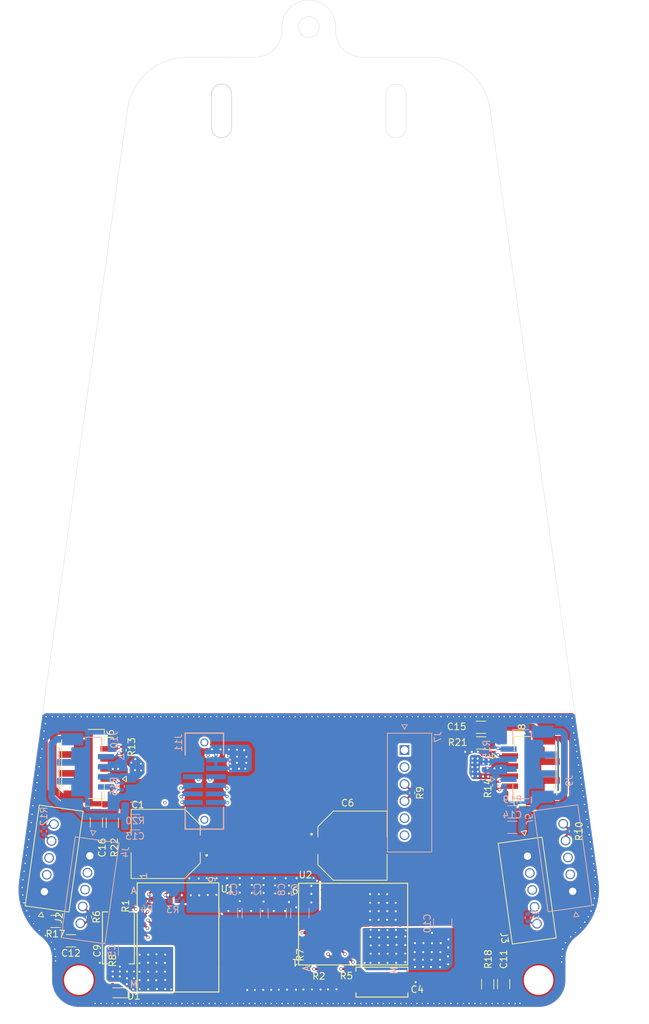
<source format=kicad_pcb>
(kicad_pcb (version 20240108) (generator "pcbnew") (generator_version "8.0")
  (layers (0 "F.Cu" signal) (1 "In1.Cu" power "VBAT.Cu") (2 "In2.Cu" power "+8V.Cu") (31 "B.Cu" signal) (34 "B.Paste" user) (35 "F.Paste" user) (36 "B.SilkS" user "B.Silkscreen") (37 "F.SilkS" user "F.Silkscreen") (38 "B.Mask" user) (39 "F.Mask" user) (44 "Edge.Cuts" user))
  (net 0 "")
  (net 1 "GND")
  (net 2 "VBAT")
  (net 3 "+8V")
  (net 4 "Net-(D1-A)")
  (net 5 "PWM2")
  (net 6 "CAN L1")
  (net 7 "PWM4")
  (net 8 "GND_FUSE")
  (net 9 "PWM3")
  (net 10 "PWM1")
  (net 11 "CAN H1")
  (net 12 "Detach")
  (net 13 "servo")
  (net 14 "Net-(U1B-RT)")
  (net 15 "/power/IOUTMON")
  (net 16 "Net-(U1B-IOUTMON)")
  (net 17 "/power/PWR_RUN")
  (net 18 "Net-(U1B-FB)")
  (net 19 "Net-(U2B-RT)")
  (net 20 "Net-(U2B-CTRL2)")
  (net 21 "Net-(U2B-FB)")
  (net 23 "Net-(U1B-CTRL1)")
  (net 24 "/power/PWR_SS")
  (net 28 "Net-(C11-Pad1)")
  (net 29 "Net-(C12-Pad1)")
  (net 30 "Net-(J10-SHIELD1)")
  (net 31 "Net-(J9-SHIELD1)")
  (net 32 "Net-(J8-SHIELD1)")
  (net 33 "Net-(J6-SHIELD1)")
  (net 34 "/power/SYNC")
  (footprint "Resistor_SMD:R_0402_1005Metric" (layer "F.Cu") (at 178.625 83.675 -90)
    (property "Reference" "R10")
    (property "Value" "120R")
  )
  (footprint "Capacitor_SMD:C_1206_3216Metric" (layer "F.Cu") (at 166.075 106.475 -90)
    (property "Reference" "R18")
    (property "Value" "2M")
  )
  (footprint "Capacitor_SMD:C_1206_3216Metric" (layer "F.Cu") (at 110.15 82.425 -90)
    (property "Reference" "R22")
    (property "Value" "2M")
  )
  (footprint "Capacitor_SMD:C_1206_3216Metric" (layer "F.Cu") (at 101.675 97.125 180)
    (property "Reference" "R17")
    (property "Value" "2M")
  )
  (footprint "Capacitor_SMD:C_1206_3216Metric" (layer "F.Cu") (at 165.075 68.2 180)
    (property "Reference" "C15")
    (property "Value" "470pF")
  )
  (footprint "1719710105:MOLEX_1719710105" (layer "F.Cu") (at 100.026 92.681124 -98)
    (property "Reference" "J2")
    (property "Value" "1719710105")
  )
  (footprint "Resistor_SMD:R_0402_1005Metric" (layer "F.Cu") (at 154.825 77.975 -90)
    (property "Reference" "R9")
    (property "Value" "120R")
  )
  (footprint "Resistor_SMD:R_0201_0603Metric" (layer "F.Cu") (at 137.225 101.97 -90)
    (property "Reference" "R7")
    (property "Value" "2.87k")
  )
  (footprint "Capacitor_SMD:C_1206_3216Metric" (layer "F.Cu") (at 165.1 70.525 180)
    (property "Reference" "R21")
    (property "Value" "2M")
  )
  (footprint "Resistor_SMD:R_0201_0603Metric" (layer "F.Cu") (at 113.22 94.66 -90)
    (property "Reference" "R1")
    (property "Value" "124k")
  )
  (footprint "9774120360R:WA-SMSI_9774120360" (layer "F.Cu") (at 105.156 105.8663)
    (property "Reference" "MP1" (hide yes))
    (property "Value" "WA-SMSI_9774XXX360")
    (property "VALUE" "M3 x 12mm" (hide yes))
  )
  (footprint "Resistor_SMD:R_0201_0603Metric" (layer "F.Cu") (at 145.03 104.18 180)
    (property "Reference" "R5")
    (property "Value" "124k")
  )
  (footprint "100SXV15MX:CAP_100SXV15MX" (layer "F.Cu") (at 118.1 85.575 180)
    (property "Reference" "C1")
    (property "Value" "15uf")
  )
  (footprint "2132250430:MOLEX_2132250430" (layer "F.Cu") (at 172.67 74.72 -90)
    (property "Reference" "J8")
    (property "Value" "2132250430")
  )
  (footprint "Resistor_SMD:R_0402_1005Metric" (layer "F.Cu") (at 167.2 76.825 -90)
    (property "Reference" "R14")
    (property "Value" "120R")
  )
  (footprint "Capacitor_SMD:C_1206_3216Metric" (layer "F.Cu") (at 107.775 82.4 -90)
    (property "Reference" "C16")
    (property "Value" "470pF")
  )
  (footprint "LTM8064IY_PBF:BGA108_16X11P9_ADI" (layer "F.Cu") (at 146.025 97.52 90)
    (property "Reference" "U2")
    (property "Value" "LTM8064IY#PBF")
  )
  (footprint "Resistor_SMD:R_0402_1005Metric" (layer "F.Cu") (at 111.825 71.6 90)
    (property "Reference" "R13")
    (property "Value" "120R")
  )
  (footprint "Resistor_SMD:R_0402_1005Metric" (layer "F.Cu") (at 106.66 96.45 90)
    (property "Reference" "R6")
    (property "Value" "120R")
  )
  (footprint "Capacitor_SMD:C_1206_3216Metric" (layer "F.Cu") (at 168.45 106.45 -90)
    (property "Reference" "C11")
    (property "Value" "470pF")
  )
  (footprint "Capacitor_SMD:C_1206_3216Metric" (layer "F.Cu") (at 103.975 100 180)
    (property "Reference" "C12")
    (property "Value" "470pF")
  )
  (footprint "LTM8064IY_PBF:BGA108_16X11P9_ADI" (layer "F.Cu") (at 119.93 99.505)
    (property "Reference" "U1")
    (property "Value" "LTM8064IY#PBF")
  )
  (footprint "Resistor_SMD:R_0201_0603Metric" (layer "F.Cu") (at 110.18 106.19 90)
    (property "Reference" "R8")
    (property "Value" "10k")
  )
  (footprint "9774120360R:WA-SMSI_9774120360" (layer "F.Cu") (at 173.6564 105.8638)
    (property "Reference" "MP2" (hide yes))
    (property "Value" "WA-SMSI_9774XXX360")
    (property "VALUE" "M3 x 12mm" (hide yes))
  )
  (footprint "TRME157M016R0030:CAP_TRM-E-2917_AVX-L" (layer "F.Cu") (at 150.32 106.16 180)
    (property "Reference" "C4")
    (property "Value" "150uF")
  )
  (footprint "100SXV15MX:CAP_100SXV15MX" (layer "F.Cu") (at 145.93 85.83)
    (property "Reference" "C6")
    (property "Value" "15uf")
  )
  (footprint "1719710105:MOLEX_1719710105" (layer "F.Cu") (at 172.000653 87.394363 98)
    (property "Reference" "J3")
    (property "Value" "1719710105" (hide yes))
  )
  (footprint "Resistor_SMD:R_0201_0603Metric" (layer "F.Cu") (at 140.95 104.2 180)
    (property "Reference" "R2")
    (property "Value" "100k")
  )
  (footprint "TRME157M016R0030:CAP_TRM-E-2917_AVX-L" (layer "F.Cu") (at 111.05 99.57 90)
    (property "Reference" "C9")
    (property "Value" "150uF")
  )
  (footprint "2132250430:MOLEX_2132250430" (layer "F.Cu") (at 106.3 73.66 90)
    (property "Reference" "J6")
    (property "Value" "2132250430")
  )
  (footprint "LED_SMD:LED_0603_1608Metric" (layer "F.Cu") (at 111.01 107.75 180)
    (property "Reference" "D1")
    (property "Value" "NCD0603C1")
  )
  (footprint "Resistor_SMD:R_0402_1005Metric" (layer "B.Cu") (at 172.04 96.55 90)
    (property "Reference" "R11")
    (property "Value" "120R")
  )
  (footprint "2132250430:MOLEX_2132250430" (layer "B.Cu") (at 172.46 73.69 90)
    (property "Reference" "J9")
    (property "Value" "2132250430")
  )
  (footprint "Capacitor_SMD:C_1206_3216Metric" (layer "B.Cu") (at 113.55 80.275)
    (property "Reference" "R20")
    (property "Value" "2M")
  )
  (footprint "Resistor_SMD:R_0402_1005Metric" (layer "B.Cu") (at 166.975 71.675 90)
    (property "Reference" "R15")
    (property "Value" "120R")
  )
  (footprint "TFM_106_02_L_D_WT (1):SAMTEC_TFM-106-02-L-D-WT" (layer "B.Cu") (at 123.86 76.215 -90)
    (property "Reference" "J11")
    (property "Value" "TFM-106-02-L-D-WT")
  )
  (footprint "Capacitor_SMD:C_1210_3225Metric" (layer "B.Cu") (at 159.375 97.425 -90)
    (property "Reference" "C10")
    (property "Value" "100uF")
  )
  (footprint "Capacitor_SMD:C_1210_3225Metric" (layer "B.Cu") (at 130.84 95.88 -90)
    (property "Reference" "C2")
    (property "Value" "10u" (hide yes))
  )
  (footprint "Capacitor_SMD:C_1210_3225Metric" (layer "B.Cu") (at 138.09 95.88 -90)
    (property "Reference" "C7")
    (property "Value" "10u" (hide yes))
  )
  (footprint "1719710106:MOLEX_1719710106" (layer "B.Cu") (at 153.68 71.58 90)
    (property "Reference" "J7")
    (property "Value" "1719710106")
  )
  (footprint "1719710105:MOLEX_1719710105" (layer "B.Cu") (at 106.7935 87.344719 82)
    (property "Reference" "J4")
    (property "Value" "1719710105")
  )
  (footprint "Resistor_SMD:R_0201_0603Metric" (layer "B.Cu") (at 115.4 94.09 180)
    (property "Reference" "R4")
    (property "Value" "2.87k")
  )
  (footprint "2132250430:MOLEX_2132250430" (layer "B.Cu") (at 105.93 74.83 -90)
    (property "Reference" "J10")
    (property "Value" "2132250430")
  )
  (footprint "Resistor_SMD:R_0402_1005Metric" (layer "B.Cu") (at 111.55 77 -90)
    (property "Reference" "R16")
    (property "Value" "120R")
  )
  (footprint "Capacitor_SMD:C_1206_3216Metric" (layer "B.Cu") (at 169.75 83.1 180)
    (property "Reference" "C14")
    (property "Value" "470pF")
  )
  (footprint "Capacitor_SMD:C_1210_3225Metric" (layer "B.Cu") (at 127.46 95.84 -90)
    (property "Reference" "C3")
    (property "Value" "10u" (hide yes))
  )
  (footprint "Capacitor_SMD:C_1206_3216Metric" (layer "B.Cu") (at 113.525 82.575)
    (property "Reference" "C13")
    (property "Value" "470pF")
  )
  (footprint "Capacitor_SMD:C_1210_3225Metric" (layer "B.Cu") (at 134.71 95.89 -90)
    (property "Reference" "C8")
    (property "Value" "10u" (hide yes))
  )
  (footprint "Resistor_SMD:R_0402_1005Metric" (layer "B.Cu") (at 119.21 94.04)
    (property "Reference" "R3")
    (property "Value" "374k")
  )
  (footprint "Capacitor_SMD:C_1206_3216Metric" (layer "B.Cu") (at 169.775 80.8 180)
    (property "Reference" "R19")
    (property "Value" "2M")
  )
  (footprint "Capacitor_SMD:C_1210_3225Metric" (layer "B.Cu") (at 112.3962 101.4623 -90)
    (property "Reference" "C5")
    (property "Value" "100uF")
  )
  (footprint "Resistor_SMD:R_0402_1005Metric" (layer "B.Cu") (at 99.95 83.675 -90)
    (property "Reference" "R12")
    (property "Value" "120R")
  )
  (footprint "1719710105:MOLEX_1719710105" (layer "B.Cu") (at 178.760499 92.665843 -82)
    (property "Reference" "J5")
    (property "Value" "1719710105")
  )
  (gr_arc (start 100.166649 99.181217) (mid 97.405838 95.506039) (end 96.845965 90.943632) (stroke (width 1)) (layer "F.Cu") (net 1))
  (gr_line (start 170.9 109.325) (end 107.95 109.275) (stroke (width 1)) (layer "F.Cu") (net 1))
  (gr_arc (start 181.971589 91.047494) (mid 181.37764 95.580798) (end 178.61 99.22) (stroke (width 1)) (layer "F.Cu") (net 1))
  (gr_arc (start 100.166648 99.181218) (mid 101.409183 100.99541) (end 101.7 103.175) (stroke (width 1)) (layer "F.Cu") (net 1))
  (gr_line (start 178.56 66.59) (end 100.28 66.61) (stroke (width 1)) (layer "F.Cu") (net 1))
  (gr_arc (start 177.1 103.075) (mid 177.327135 100.940736) (end 178.61 99.22) (stroke (width 1)) (layer "F.Cu") (net 1))
  (gr_line (start 178.56 66.59) (end 181.968693 91.047869) (stroke (width 1)) (layer "F.Cu") (net 1))
  (gr_line (start 96.845965 90.943632) (end 100.28 66.61) (stroke (width 1)) (layer "F.Cu") (net 1))
  (gr_line (start 96.831322 91.007873) (end 100.31 66.62) (stroke (width 1)) (layer "B.Cu") (net 1))
  (gr_arc (start 105.28 109.31) (mid 102.760042 108.20486) (end 101.721363 105.656788) (stroke (width 1)) (layer "B.Cu") (net 1))
  (gr_arc (start 181.950325 90.893099) (mid 181.399997 95.489998) (end 178.622968 99.194382) (stroke (width 1)) (layer "B.Cu") (net 1))
  (gr_arc (start 99.66 98.73) (mid 101.119891 100.172208) (end 101.71026 102.137586) (stroke (width 1)) (layer "B.Cu") (net 1))
  (gr_line (start 101.743569 105.656788) (end 101.732466 102.137586) (stroke (width 1)) (layer "B.Cu") (net 1))
  (gr_arc (start 177.1 103.075) (mid 177.319792 100.922101) (end 178.622968 99.194382) (stroke (width 1)) (layer "B.Cu") (net 1))
  (gr_line (start 178.5 66.68) (end 181.950325 90.893099) (stroke (width 1)) (layer "B.Cu") (net 1))
  (gr_arc (start 177.0628 105.7678) (mid 175.95766 108.287758) (end 173.409588 109.326437) (stroke (width 1)) (layer "B.Cu") (net 1))
  (gr_line (start 173.409588 109.326437) (end 170.9 109.325) (stroke (width 1)) (layer "B.Cu") (net 1))
  (gr_line (start 178.5 66.68) (end 100.31 66.62) (stroke (width 1)) (layer "B.Cu") (net 1))
  (gr_line (start 170.9 109.325) (end 105.28 109.31) (stroke (width 1)) (layer "B.Cu") (net 1))
  (gr_line (start 177.0628 105.7678) (end 177.094448 103.015399) (stroke (width 1)) (layer "B.Cu") (net 1))
  (gr_arc (start 99.66 98.73) (mid 97.299134 95.215657) (end 96.831322 91.007873) (stroke (width 1)) (layer "B.Cu") (net 1))
  (gr_arc (start 157.510203 -31.62861) (mid 163.414754 -29.421018) (end 166.422617 -23.881167) (stroke (width 0.05)) (layer "Edge.Cuts"))
  (gr_arc (start 99.627816 99.465439) (mid 96.815722 95.74269) (end 96.245356 91.112202) (stroke (width 0.05)) (layer "Edge.Cuts"))
  (gr_line (start 127.912985 -21.011057) (end 127.912984 -21.12861) (stroke (width 0.1)) (layer "Edge.Cuts"))
  (gr_line (start 112.407557 -23.887793) (end 96.245355 91.112202) (stroke (width 0.05)) (layer "Edge.Cuts"))
  (gr_line (start 157.510194 -31.62861) (end 147.419334 -31.62861) (stroke (width 0.05)) (layer "Edge.Cuts"))
  (gr_line (start 125.141855 -26.911454) (end 125.035118 -26.701973) (stroke (width 0.1)) (layer "Edge.Cuts"))
  (gr_line (start 101.157767 102.611707) (end 101.157767 105.864757) (stroke (width 0.05)) (layer "Edge.Cuts"))
  (gr_line (start 143.419334 -35.62861) (end 143.419334 -36.12861) (stroke (width 0.05)) (layer "Edge.Cuts"))
  (gr_arc (start 177.672394 105.87139) (mid 176.502619 108.701615) (end 173.672394 109.87139) (stroke (width 0.05)) (layer "Edge.Cuts"))
  (gr_circle (center 139.419344 -36.1286) (end 139.419344 -37.6786) (stroke (width 0.05)) (fill none) (layer "Edge.Cuts"))
  (gr_line (start 125.035118 -26.701973) (end 124.962465 -26.478375) (stroke (width 0.1)) (layer "Edge.Cuts"))
  (gr_arc (start 135.419334 -35.62861) (mid 134.24475 -32.79717) (end 131.410813 -31.628622) (stroke (width 0.05)) (layer "Edge.Cuts"))
  (gr_line (start 125.446293 -27.267903) (end 125.280047 -27.101659) (stroke (width 0.1)) (layer "Edge.Cuts"))
  (gr_arc (start 150.918744 -26.1254) (mid 152.418744 -27.615334) (end 153.918744 -26.1254) (stroke (width 0.05)) (layer "Edge.Cuts"))
  (gr_arc (start 147.419334 -31.62861) (mid 144.590914 -32.80019) (end 143.419334 -35.62861) (stroke (width 0.05)) (layer "Edge.Cuts"))
  (gr_line (start 127.80357 -26.701973) (end 127.696833 -26.911454) (stroke (width 0.1)) (layer "Edge.Cuts"))
  (gr_line (start 125.845983 -19.74439) (end 126.069581 -19.671738) (stroke (width 0.1)) (layer "Edge.Cuts"))
  (gr_line (start 126.536897 -19.63496) (end 126.769107 -19.671738) (stroke (width 0.1)) (layer "Edge.Cuts"))
  (gr_line (start 135.419334 -36.12861) (end 135.419334 -35.62861) (stroke (width 0.05)) (layer "Edge.Cuts"))
  (gr_line (start 131.410813 -31.628622) (end 121.319969 -31.635243) (stroke (width 0.05)) (layer "Edge.Cuts"))
  (gr_line (start 177.672394 105.87139) (end 177.672394 102.618343) (stroke (width 0.05)) (layer "Edge.Cuts"))
  (gr_arc (start 182.584807 91.118841) (mid 182.01646 95.744325) (end 179.210857 99.465442) (stroke (width 0.05)) (layer "Edge.Cuts"))
  (gr_arc (start 153.918744 -21.1254) (mid 152.418744 -19.635466) (end 150.918744 -21.1254) (stroke (width 0.05)) (layer "Edge.Cuts"))
  (gr_line (start 127.876208 -20.778847) (end 127.912985 -21.011057) (stroke (width 0.1)) (layer "Edge.Cuts"))
  (gr_line (start 126.069581 -19.671738) (end 126.301791 -19.63496) (stroke (width 0.1)) (layer "Edge.Cuts"))
  (gr_line (start 125.636498 -27.406095) (end 125.446293 -27.267903) (stroke (width 0.1)) (layer "Edge.Cuts"))
  (gr_line (start 125.84598 -27.51283) (end 125.636498 -27.406095) (stroke (width 0.1)) (layer "Edge.Cuts"))
  (gr_line (start 126.769109 -27.585482) (end 126.536897 -27.62226) (stroke (width 0.1)) (layer "Edge.Cuts"))
  (gr_arc (start 112.407554 -23.887797) (mid 115.415445 -29.427617) (end 121.319969 -31.635243) (stroke (width 0.05)) (layer "Edge.Cuts"))
  (gr_line (start 126.992708 -27.51283) (end 126.769109 -27.585482) (stroke (width 0.1)) (layer "Edge.Cuts"))
  (gr_line (start 150.918744 -21.1254) (end 150.918744 -26.1254) (stroke (width 0.05)) (layer "Edge.Cuts"))
  (gr_line (start 126.301791 -27.62226) (end 126.069579 -27.585482) (stroke (width 0.1)) (layer "Edge.Cuts"))
  (gr_line (start 182.584804 91.11883) (end 166.422617 -23.881167) (stroke (width 0.05)) (layer "Edge.Cuts"))
  (gr_line (start 125.03513 -20.555248) (end 125.141865 -20.345767) (stroke (width 0.1)) (layer "Edge.Cuts"))
  (gr_line (start 127.876223 -26.478375) (end 127.80357 -26.701973) (stroke (width 0.1)) (layer "Edge.Cuts"))
  (gr_line (start 124.96248 -20.778847) (end 125.03513 -20.555248) (stroke (width 0.1)) (layer "Edge.Cuts"))
  (gr_line (start 127.913004 -26.12861) (end 127.913004 -26.246163) (stroke (width 0.1)) (layer "Edge.Cuts"))
  (gr_line (start 126.301791 -19.63496) (end 126.536897 -19.63496) (stroke (width 0.1)) (layer "Edge.Cuts"))
  (gr_line (start 127.558641 -27.101659) (end 127.392395 -27.267903) (stroke (width 0.1)) (layer "Edge.Cuts"))
  (gr_line (start 126.992705 -19.74439) (end 127.202185 -19.851126) (stroke (width 0.1)) (layer "Edge.Cuts"))
  (gr_line (start 124.925704 -21.12861) (end 124.925703 -21.011057) (stroke (width 0.1)) (layer "Edge.Cuts"))
  (gr_line (start 127.913004 -26.246163) (end 127.876223 -26.478375) (stroke (width 0.1)) (layer "Edge.Cuts"))
  (gr_line (start 153.918744 -21.1254) (end 153.918744 -26.1254) (stroke (width 0.05)) (layer "Edge.Cuts"))
  (gr_line (start 125.446299 -19.989318) (end 125.636503 -19.851126) (stroke (width 0.1)) (layer "Edge.Cuts"))
  (gr_line (start 125.280055 -20.155563) (end 125.446299 -19.989318) (stroke (width 0.1)) (layer "Edge.Cuts"))
  (gr_line (start 126.536897 -27.62226) (end 126.301791 -27.62226) (stroke (width 0.1)) (layer "Edge.Cuts"))
  (gr_line (start 124.925703 -21.011057) (end 124.96248 -20.778847) (stroke (width 0.1)) (layer "Edge.Cuts"))
  (gr_line (start 127.392395 -27.267903) (end 127.20219 -27.406095) (stroke (width 0.1)) (layer "Edge.Cuts"))
  (gr_arc (start 135.419334 -36.12861) (mid 139.419334 -40.12861) (end 143.419334 -36.12861) (stroke (width 0.05)) (layer "Edge.Cuts"))
  (gr_line (start 124.925201 -26.13104) (end 124.925684 -21.12861) (stroke (width 0.1)) (layer "Edge.Cuts"))
  (gr_line (start 126.069579 -27.585482) (end 125.84598 -27.51283) (stroke (width 0.1)) (layer "Edge.Cuts"))
  (gr_line (start 127.803558 -20.555248) (end 127.876208 -20.778847) (stroke (width 0.1)) (layer "Edge.Cuts"))
  (gr_line (start 127.202185 -19.851126) (end 127.392389 -19.989318) (stroke (width 0.1)) (layer "Edge.Cuts"))
  (gr_line (start 124.962465 -26.478375) (end 124.925684 -26.246163) (stroke (width 0.1)) (layer "Edge.Cuts"))
  (gr_line (start 127.392389 -19.989318) (end 127.558633 -20.155563) (stroke (width 0.1)) (layer "Edge.Cuts"))
  (gr_line (start 125.636503 -19.851126) (end 125.845983 -19.74439) (stroke (width 0.1)) (layer "Edge.Cuts"))
  (gr_line (start 127.20219 -27.406095) (end 126.992708 -27.51283) (stroke (width 0.1)) (layer "Edge.Cuts"))
  (gr_line (start 127.696823 -20.345767) (end 127.803558 -20.555248) (stroke (width 0.1)) (layer "Edge.Cuts"))
  (gr_line (start 124.925684 -26.246163) (end 124.925684 -26.12861) (stroke (width 0.1)) (layer "Edge.Cuts"))
  (gr_line (start 125.280047 -27.101659) (end 125.141855 -26.911454) (stroke (width 0.1)) (layer "Edge.Cuts"))
  (gr_line (start 125.141865 -20.345767) (end 125.280055 -20.155563) (stroke (width 0.1)) (layer "Edge.Cuts"))
  (gr_line (start 127.913467 -21.12618) (end 127.912984 -26.12861) (stroke (width 0.1)) (layer "Edge.Cuts"))
  (gr_line (start 127.558633 -20.155563) (end 127.696823 -20.345767) (stroke (width 0.1)) (layer "Edge.Cuts"))
  (gr_line (start 126.769107 -19.671738) (end 126.992705 -19.74439) (stroke (width 0.1)) (layer "Edge.Cuts"))
  (gr_arc (start 105.157767 109.864757) (mid 102.329327 108.693197) (end 101.157767 105.864757) (stroke (width 0.05)) (layer "Edge.Cuts"))
  (gr_arc (start 99.627815 99.46544) (mid 100.755027 100.862436) (end 101.157791 102.611717) (stroke (width 0.05)) (layer "Edge.Cuts"))
  (gr_line (start 105.157767 109.864757) (end 173.672394 109.87139) (stroke (width 0.05)) (layer "Edge.Cuts"))
  (gr_arc (start 177.672394 102.618343) (mid 178.077513 100.864222) (end 179.210856 99.465437) (stroke (width 0.05)) (layer "Edge.Cuts"))
  (gr_line (start 127.696833 -26.911454) (end 127.558641 -27.101659) (stroke (width 0.1)) (layer "Edge.Cuts"))
  (gr_text "V1.0" (at 136.95 71.175 0) (layer "F.Cu") (effects (font (size 1.5 1.5) (thickness 0.3) (bold yes)) (justify left bottom)))
  (gr_text "A" (at 113.3387 92.52 0) (layer "F.SilkS") (effects (font (size 1 1))))
  (gr_text "1" (at 114.8 90.29 90) (layer "F.SilkS") (effects (font (size 1 1))))
  (gr_text "9" (at 125.01 90.869 90) (layer "F.SilkS") (effects (font (size 1 1))))
  (segment (start 110.22 74.41) (end 111.01 74.41) (width 0.8) (layer "F.Cu") (net 1))
  (segment (start 111.01 74.41) (end 111.02 74.4) (width 0.8) (layer "F.Cu") (net 1))
  (segment (start 110.2 74.41) (end 110.21 74.4) (width 0.8) (layer "F.Cu") (net 1))
  (segment (start 137.38 102.29) (end 138.78 102.29) (width 0.3) (layer "F.Cu") (net 1))
  (segment (start 168.29 73.97) (end 168.02 74.24) (width 0.8) (layer "F.Cu") (net 1))
  (segment (start 110.21 74.4) (end 110.22 74.41) (width 0.8) (layer "F.Cu") (net 1))
  (segment (start 109.57 74.41) (end 110.2 74.41) (width 0.8) (layer "F.Cu") (net 1))
  (segment (start 138.78 102.29) (end 139.09 102.6) (width 0.3) (layer "F.Cu") (net 1))
  (segment (start 169.4 73.97) (end 168.29 73.97) (width 0.8) (layer "F.Cu") (net 1))
  (via (at 124.81 66.61) (size 0.4) (drill 0.2) (layers "F.Cu" "B.Cu") (net 1))
  (via (at 126.29 109.35) (size 0.4) (drill 0.2) (layers "F.Cu" "B.Cu") (net 1))
  (via (at 122.96 109.35) (size 0.4) (drill 0.2) (layers "F.Cu" "B.Cu") (net 1))
  (via (at 177.660578 100.293075) (size 0.4) (drill 0.2) (layers "F.Cu" "B.Cu") (net 1))
  (via (at 130.55 109.35) (size 0.4) (drill 0.2) (layers "F.Cu" "B.Cu") (net 1))
  (via (at 115.57 66.61) (size 0.4) (drill 0.2) (layers "F.Cu" "B.Cu") (net 1))
  (via (at 152.38 95.61) (size 0.5) (drill 0.3) (layers "F.Cu" "B.Cu") (net 1))
  (via (at 179.62 73.82) (size 0.4) (drill 0.2) (layers "F.Cu" "B.Cu") (net 1))
  (via (at 167.58 109.35) (size 0.4) (drill 0.2) (layers "F.Cu" "B.Cu") (net 1))
  (via (at 181.96 93.66) (size 0.4) (drill 0.2) (layers "F.Cu" "B.Cu") (net 1))
  (via (at 139.89 107.26) (size 0.5) (drill 0.3) (layers "F.Cu" "B.Cu") (net 1))
  (via (at 137.39 66.61) (size 0.4) (drill 0.2) (layers "F.Cu" "B.Cu") (net 1))
  (via (at 151.12 95.59) (size 0.5) (drill 0.3) (layers "F.Cu" "B.Cu") (net 1))
  (via (at 129.07 66.61) (size 0.4) (drill 0.2) (layers "F.Cu" "B.Cu") (net 1))
  (via (at 176.94 66.61) (size 0.4) (drill 0.2) (layers "F.Cu" "B.Cu") (net 1))
  (via (at 122.26 66.61) (size 0.4) (drill 0.2) (layers "F.Cu" "B.Cu") (net 1))
  (via (at 181.2 84.21) (size 0.4) (drill 0.2) (layers "F.Cu" "B.Cu") (net 1))
  (via (at 152.36 94.34) (size 0.5) (drill 0.3) (layers "F.Cu" "B.Cu") (net 1))
  (via (at 121.48 66.61) (size 0.4) (drill 0.2) (layers "F.Cu" "B.Cu") (net 1))
  (via (at 158.88 109.35) (size 0.4) (drill 0.2) (layers "F.Cu" "B.Cu") (net 1))
  (via (at 101.675 103) (size 0.4) (drill 0.2) (layers "F.Cu" "B.Cu") (net 1))
  (via (at 97.33 87.27) (size 0.4) (drill 0.2) (layers "F.Cu" "B.Cu") (net 1))
  (via (at 178.775 68.075) (size 0.4) (drill 0.2) (layers "F.Cu" "B.Cu") (net 1))
  (via (at 181.02 83.05) (size 0.4) (drill 0.2) (layers "F.Cu" "B.Cu") (net 1))
  (via (at 165.26 66.61) (size 0.4) (drill 0.2) (layers "F.Cu" "B.Cu") (net 1))
  (via (at 181.36 85.28) (size 0.4) (drill 0.2) (layers "F.Cu" "B.Cu") (net 1))
  (via (at 136.2 107.28) (size 0.5) (drill 0.3) (layers "F.Cu" "B.Cu") (net 1))
  (via (at 140.74 66.61) (size 0.4) (drill 0.2) (layers "F.Cu" "B.Cu") (net 1))
  (via (at 151.1 94.36) (size 0.5) (drill 0.3) (layers "F.Cu" "B.Cu") (net 1))
  (via (at 161.82 66.61) (size 0.4) (drill 0.2) (layers "F.Cu" "B.Cu") (net 1))
  (via (at 129.71 109.35) (size 0.4) (drill 0.2) (layers "F.Cu" "B.Cu") (net 1))
  (via (at 132.23 109.35) (size 0.4) (drill 0.2) (layers "F.Cu" "B.Cu") (net 1))
  (via (at 143.06 109.35) (size 0.4) (drill 0.2) (layers "F.Cu" "B.Cu") (net 1))
  (via (at 98.06 82.39) (size 0.4) (drill 0.2) (layers "F.Cu" "B.Cu") (net 1))
  (via (at 175.23 66.61) (size 0.4) (drill 0.2) (layers "F.Cu" "B.Cu") (net 1))
  (via (at 151.1 93.06) (size 0.5) (drill 0.3) (layers "F.Cu" "B.Cu") (net 1))
  (via (at 135.45 109.35) (size 0.4) (drill 0.2) (layers "F.Cu" "B.Cu") (net 1))
  (via (at 117.94 109.35) (size 0.4) (drill 0.2) (layers "F.Cu" "B.Cu") (net 1))
  (via (at 150.53 109.35) (size 0.4) (drill 0.2) (layers "F.Cu" "B.Cu") (net 1))
  (via (at 142.34 66.61) (size 0.4) (drill 0.2) (layers "F.Cu" "B.Cu") (net 1))
  (via (at 130.25 107.34) (size 0.5) (drill 0.3) (layers "F.Cu" "B.Cu") (net 1))
  (via (at 110.53 66.61) (size 0.4) (drill 0.2) (layers "F.Cu" "B.Cu") (net 1))
  (via (at 116.46 66.61) (size 0.4) (drill 0.2) (layers "F.Cu" "B.Cu") (net 1))
  (via (at 162.46 109.35) (size 0.4) (drill 0.2) (layers "F.Cu" "B.Cu") (net 1))
  (via (at 162.725 71.85) (size 0.5) (drill 0.3) (layers "F.Cu" "B.Cu") (net 1))
  (via (at 123.1 66.61) (size 0.4) (drill 0.2) (layers "F.Cu" "B.Cu") (net 1))
  (via (at 119.88 66.61) (size 0.4) (drill 0.2) (layers "F.Cu" "B.Cu") (net 1))
  (via (at 153.95 109.35) (size 0.4) (drill 0.2) (layers "F.Cu" "B.Cu") (net 1))
  (via (at 181.51 86.31) (size 0.4) (drill 0.2) (layers "F.Cu" "B.Cu") (net 1))
  (via (at 102.93 66.61) (size 0.4) (drill 0.2) (layers "F.Cu" "B.Cu") (net 1))
  (via (at 168.02 74.24) (size 0.5) (drill 0.3) (layers "F.Cu" "B.Cu") (net 1))
  (via (at 142.28 107.25) (size 0.5) (drill 0.3) (layers "F.Cu" "B.Cu") (net 1))
  (via (at 128 109.35) (size 0.4) (drill 0.2) (layers "F.Cu" "B.Cu") (net 1))
  (via (at 110.21 74.4) (size 0.5) (drill 0.3) (layers "F.Cu" "B.Cu") (net 1))
  (via (at 118.2 66.61) (size 0.4) (drill 0.2) (layers "F.Cu" "B.Cu") (net 1))
  (via (at 99.05 75.34) (size 0.4) (drill 0.2) (layers "F.Cu" "B.Cu") (net 1))
  (via (at 131.37 107.32) (size 0.5) (drill 0.3) (layers "F.Cu" "B.Cu") (net 1))
  (via (at 154.71 109.35) (size 0.4) (drill 0.2) (layers "F.Cu" "B.Cu") (net 1))
  (via (at 147.99 109.35) (size 0.4) (drill 0.2) (layers "F.Cu" "B.Cu") (net 1))
  (via (at 148.55 93.04) (size 0.5) (drill 0.3) (layers "F.Cu" "B.Cu") (net 1))
  (via (at 178.91 69.04) (size 0.4) (drill 0.2) (layers "F.Cu" "B.Cu") (net 1))
  (via (at 97.01 89.64) (size 0.4) (drill 0.2) (layers "F.Cu" "B.Cu") (net 1))
  (via (at 140.54 109.35) (size 0.4) (drill 0.2) (layers "F.Cu" "B.Cu") (net 1))
  (via (at 100.16 67.66) (size 0.4) (drill 0.2) (layers "F.Cu" "B.Cu") (net 1))
  (via (at 112.15 66.61) (size 0.4) (drill 0.2) (layers "F.Cu" "B.Cu") (net 1))
  (via (at 180.22 77.64) (size 0.4) (drill 0.2) (layers "F.Cu" "B.Cu") (net 1))
  (via (at 160.59 109.35) (size 0.4) (drill 0.2) (layers "F.Cu" "B.Cu") (net 1))
  (via (at 114.73 66.61) (size 0.4) (drill 0.2) (layers "F.Cu" "B.Cu") (net 1))
  (via (at 135.68 66.61) (size 0.4) (drill 0.2) (layers "F.Cu" "B.Cu") (net 1))
  (via (at 139.06 66.61) (size 0.4) (drill 0.2) (layers "F.Cu" "B.Cu") (net 1))
  (via (at 97.79 96.35) (size 0.4) (drill 0.2) (layers "F.Cu" "B.Cu") (net 1))
  (via (at 106.41 66.61) (size 0.4) (drill 0.2) (layers "F.Cu" "B.Cu") (net 1))
  (via (at 136.32 109.35) (size 0.4) (drill 0.2) (layers "F.Cu" "B.Cu") (net 1))
  (via (at 131.39 109.35) (size 0.4) (drill 0.2) (layers "F.Cu" "B.Cu") (net 1))
  (via (at 105.51 66.61) (size 0.4) (drill 0.2) (layers "F.Cu" "B.Cu") (net 1))
  (via (at 123.97 66.61) (size 0.4) (drill 0.2) (layers "F.Cu" "B.Cu") (net 1))
  (via (at 144.66 109.35) (size 0.4) (drill 0.2) (layers "F.Cu" "B.Cu") (net 1))
  (via (at 148.22 66.61) (size 0.4) (drill 0.2) (layers "F.Cu" "B.Cu") (net 1))
  (via (at 107.25 66.61) (size 0.4) (drill 0.2) (layers "F.Cu" "B.Cu") (net 1))
  (via (at 96.82 90.90451) (size 0.4) (drill 0.2) (layers "F.Cu" "B.Cu") (net 1))
  (via (at 165.84 109.35) (size 0.4) (drill 0.2) (layers "F.Cu" "B.Cu") (net 1))
  (via (at 177.78 66.61) (size 0.4) (drill 0.2) (layers "F.Cu" "B.Cu") (net 1))
  (via (at 163.53 66.61) (size 0.4) (drill 0.2) (layers "F.Cu" "B.Cu") (net 1))
  (via (at 103.77 66.61) (size 0.4) (drill 0.2) (layers "F.Cu" "B.Cu") (net 1))
  (via (at 116.21 109.35) (size 0.4) (drill 0.2) (layers "F.Cu" "B.Cu") (net 1))
  (via (at 125.45 109.35) (size 0.4) (drill 0.2) (layers "F.Cu" "B.Cu") (net 1))
  (via (at 117.05 109.35) (size 0.4) (drill 0.2) (layers "F.Cu" "B.Cu") (net 1))
  (via (at 133.97 66.61) (size 0.4) (drill 0.2) (layers "F.Cu" "B.Cu") (net 1))
  (via (at 147.38 66.61) (size 0.4) (drill 0.2) (layers "F.Cu" "B.Cu") (net 1))
  (via (at 97.385822 95.526536) (size 0.4) (drill 0.2) (layers "F.Cu" "B.Cu") (net 1))
  (via (at 136.55 66.61) (size 0.4) (drill 0.2) (layers "F.Cu" "B.Cu") (net 1))
  (via (at 157.17 109.35) (size 0.4) (drill 0.2) (layers "F.Cu" "B.Cu") (net 1))
  (via (at 121.36 109.35) (size 0.4) (drill 0.2) (layers "F.Cu" "B.Cu") (net 1))
  (via (at 98.19 81.16) (size 0.4) (drill 0.2) (layers "F.Cu" "B.Cu") (net 1))
  (via (at 152.47 66.61) (size 0.4) (drill 0.2) (layers "F.Cu" "B.Cu") (net 1))
  (via (at 154.07 66.61) (size 0.4) (drill 0.2) (layers "F.Cu" "B.Cu") (net 1))
  (via (at 170.875 109.325) (size 0.4) (drill 0.2) (layers "F.Cu" "B.Cu") (net 1))
  (via (at 179.21 70.87) (size 0.4) (drill 0.2) (layers "F.Cu" "B.Cu") (net 1))
  (via (at 179.139999 98.769999) (size 0.4) (drill 0.2) (layers "F.Cu" "B.Cu") (net 1))
  (via (at 182.12 91.64) (size 0.4) (drill 0.2) (layers "F.Cu" "B.Cu") (net 1))
  (via (at 168.54 66.61) (size 0.4) (drill 0.2) (layers "F.Cu" "B.Cu") (net 1))
  (via (at 148.86 109.35) (size 0.4) (drill 0.2) (layers "F.Cu" "B.Cu") (net 1))
  (via (at 133.83 109.35) (size 0.4) (drill 0.2) (layers "F.Cu" "B.Cu") (net 1))
  (via (at 149.05 66.61) (size 0.4) (drill 0.2) (layers "F.Cu" "B.Cu") (net 1))
  (via (at 113.63 109.35) (size 0.4) (drill 0.2) (layers "F.Cu" "B.Cu") (net 1))
  (via (at 160.11 66.61) (size 0.4) (drill 0.2) (layers "F.Cu" "B.Cu") (net 1))
  (via (at 160.98 66.61) (size 0.4) (drill 0.2) (layers "F.Cu" "B.Cu") (net 1))
  (via (at 155.69 66.61) (size 0.4) (drill 0.2) (layers "F.Cu" "B.Cu") (net 1))
  (via (at 169.38 66.61) (size 0.4) (drill 0.2) (layers "F.Cu" "B.Cu") (net 1))
  (via (at 178.44 99.39) (size 0.4) (drill 0.2) (layers "F.Cu" "B.Cu") (net 1))
  (via (at 101.55 101.23) (size 0.4) (drill 0.2) (layers "F.Cu" "B.Cu") (net 1))
  (via (at 143.18 66.61) (size 0.4) (drill 0.2) (layers "F.Cu" "B.Cu") (net 1))
  (via (at 149.82 96.86) (size 0.5) (drill 0.3) (layers "F.Cu" "B.Cu") (net 1))
  (via (at 163.7 71.85) (size 0.5) (drill 0.3) (layers "F.Cu" "B.Cu") (net 1))
  (via (at 143.54 107.24) (size 0.5) (drill 0.3) (layers "F.Cu" "B.Cu") (net 1))
  (via (at 157.4 66.61) (size 0.4) (drill 0.2) (layers "F.Cu" "B.Cu") (net 1))
  (via (at 141.38 109.35) (size 0.4) (drill 0.2) (layers "F.Cu" "B.Cu") (net 1))
  (via (at 133.82 107.31) (size 0.5) (drill 0.3) (layers "F.Cu" "B.Cu") (net 1))
  (via (at 177.1 103.175) (size 0.4) (drill 0.2) (layers "F.Cu" "B.Cu") (net 1))
  (via (at 137.16 109.35) (size 0.4) (drill 0.2) (layers "F.Cu" "B.Cu") (net 1))
  (via (at 164.17 109.35) (size 0.4) (drill 0.2) (layers "F.Cu" "B.Cu") (net 1))
  (via (at 177.25 101.23) (size 0.4) (drill 0.2) (layers "F.Cu" "B.Cu") (net 1))
  (via (at 176.07 66.61) (size 0.4) (drill 0.2) (layers "F.Cu" "B.Cu") (net 1))
  (via (at 173.58 66.61) (size 0.4) (drill 0.2) (layers "F.Cu" "B.Cu") (net 1))
  (via (at 143.82 109.35) (size 0.4) (drill 0.2) (layers "F.Cu" "B.Cu") (net 1))
  (via (at 181.86 88.53) (size 0.4) (drill 0.2) (layers "F.Cu" "B.Cu") (net 1))
  (via (at 101.70511 102.334127) (size 0.4) (drill 0.2) (layers "F.Cu" "B.Cu") (net 1))
  (via (at 99.66 71.41) (size 0.4) (drill 0.2) (layers "F.Cu" "B.Cu") (net 1))
  (via (at 98.93 76.45) (size 0.4) (drill 0.2) (layers "F.Cu" "B.Cu") (net 1))
  (via (at 151.08 96.87) (size 0.5) (drill 0.3) (layers "F.Cu" "B.Cu") (net 1))
  (via (at 97.5 86.07) (size 0.4) (drill 0.2) (layers "F.Cu" "B.Cu") (net 1))
  (via (at 156.56 66.61) (size 0.4) (drill 0.2) (layers "F.Cu" "B.Cu") (net 1))
  (via (at 138.16 66.61) (size 0.4) (drill 0.2) (layers "F.Cu" "B.Cu") (net 1))
  (via (at 99.46 72.73) (size 0.4) (drill 0.2) (layers "F.Cu" "B.Cu") (net 1))
  (via (at 146.28 109.35) (size 0.4) (drill 0.2) (layers "F.Cu" "B.Cu") (net 1))
  (via (at 177.1 102.33) (size 0.4) (drill 0.2) (layers "F.Cu" "B.Cu") (net 1))
  (via (at 120.52 109.35) (size 0.4) (drill 0.2) (layers "F.Cu" "B.Cu") (net 1))
  (via (at 164.6 71.825) (size 0.5) (drill 0.3) (layers "F.Cu" "B.Cu") (net 1))
  (via (at 139.9 66.61) (size 0.4) (drill 0.2) (layers "F.Cu" "B.Cu") (net 1))
  (via (at 158.04 109.35) (size 0.4) (drill 0.2) (layers "F.Cu" "B.Cu") (net 1))
  (via (at 98.55 78.757255) (size 0.4) (drill 0.2) (layers "F.Cu" "B.Cu") (net 1))
  (via (at 112.79 109.35) (size 0.4) (drill 0.2) (layers "F.Cu" "B.Cu") (net 1))
  (via (at 152.27 109.35) (size 0.4) (drill 0.2) (layers "F.Cu" "B.Cu") (net 1))
  (via (at 98.72 77.6) (size 0.4) (drill 0.2) (layers "F.Cu" "B.Cu") (net 1))
  (via (at 133.13 66.61) (size 0.4) (drill 0.2) (layers "F.Cu" "B.Cu") (net 1))
  (via (at 99.98 68.76) (size 0.4) (drill 0.2) (layers "F.Cu" "B.Cu") (net 1))
  (via (at 96.73 92.06) (size 0.4) (drill 0.2) (layers "F.Cu" "B.Cu") (net 1))
  (via (at 113.86 66.61) (size 0.4) (drill 0.2) (layers "F.Cu" "B.Cu") (net 1))
  (via (at 179.05 70.05) (size 0.4) (drill 0.2) (layers "F.Cu" "B.Cu") (net 1))
  (via (at 149.85 93.06) (size 0.5) (drill 0.3) (layers "F.Cu" "B.Cu") (net 1))
  (via (at 167.78 66.61) (size 0.4) (drill 0.2) (layers "F.Cu" "B.Cu") (net 1))
  (via (at 128.81 109.35) (size 0.4) (drill 0.2) (layers "F.Cu" "B.Cu") (net 1))
  (via (at 180.87 81.92) (size 0.4) (drill 0.2) (layers "F.Cu" "B.Cu") (net 1))
  (via (at 158.27 66.61) (size 0.4) (drill 0.2) (layers "F.Cu" "B.Cu") (net 1))
  (via (at 120.64 66.61) (size 0.4) (drill 0.2) (layers "F.Cu" "B.Cu") (net 1))
  (via (at 181.48 95.58) (size 0.4) (drill 0.2) (layers "F.Cu" "B.Cu") (net 1))
  (via (at 147.15 109.35) (size 0.4) (drill 0.2) (layers "F.Cu" "B.Cu") (net 1))
  (via (at 179.47 72.73) (size 0.4) (drill 0.2) (layers "F.Cu" "B.Cu") (net 1))
  (via (at 137.51 107.29) (size 0.5) (drill 0.3) (layers "F.Cu" "B.Cu") (net 1))
  (via (at 159.11 66.61) (size 0.4) (drill 0.2) (layers "F.Cu" "B.Cu") (net 1))
  (via (at 154.85 66.61) (size 0.4) (drill 0.2) (layers "F.Cu" "B.Cu") (net 1))
  (via (at 171.87 66.61) (size 0.4) (drill 0.2) (layers "F.Cu" "B.Cu") (net 1))
  (via (at 162.69 66.61) (size 0.4) (drill 0.2) (layers "F.Cu" "B.Cu") (net 1))
  (via (at 132.35 66.61) (size 0.4) (drill 0.2) (layers "F.Cu" "B.Cu") (net 1))
  (via (at 146.51 66.61) (size 0.4) (drill 0.2) (layers "F.Cu" "B.Cu") (net 1))
  (via (at 130.75 66.61) (size 0.4) (drill 0.2) (layers "F.Cu" "B.Cu") (net 1))
  (via (at 148.57 94.33) (size 0.5) (drill 0.3) (layers "F.Cu" "B.Cu") (net 1))
  (via (at 166.74 109.35) (size 0.4) (drill 0.2) (layers "F.Cu" "B.Cu") (net 1))
  (via (at 178.655 66.845) (size 0.4) (drill 0.2) (layers "F.Cu" "B.Cu") (net 1))
  (via (at 151.43 109.35) (size 0.4) (drill 0.2) (layers "F.Cu" "B.Cu") (net 1))
  (via (at 97.85 83.7) (size 0.4) (drill 0.2) (layers "F.Cu" "B.Cu") (net 1))
  (via (at 143.96 66.61) (size 0.4) (drill 0.2) (layers "F.Cu" "B.Cu") (net 1))
  (via (at 111.31 66.61) (size 0.4) (drill 0.2) (layers "F.Cu" "B.Cu") (net 1))
  (via (at 148.55 95.61) (size 0.5) (drill 0.3) (layers "F.Cu" "B.Cu") (net 1))
  (via (at 115.34 109.35) (size 0.4) (drill 0.2) (layers "F.Cu" "B.Cu") (net 1))
  (via (at 134.84 66.61) (size 0.4) (drill 0.2) (layers "F.Cu" "B.Cu") (net 1))
  (via (at 181.07 96.42) (size 0.4) (drill 0.2) (layers "F.Cu" "B.Cu") (net 1))
  (via (at 170.17 109.35) (size 0.4) (drill 0.2) (layers "F.Cu" "B.Cu") (net 1))
  (via (at 122.12 109.35) (size 0.4) (drill 0.2) (layers "F.Cu" "B.Cu") (net 1))
  (via (at 99.23 74.06) (size 0.4) (drill 0.2) (layers "F.Cu" "B.Cu") (net 1))
  (via (at 165.01 109.35) (size 0.4) (drill 0.2) (layers "F.Cu" "B.Cu") (net 1))
  (via (at 182.07 92.68) (size 0.4) (drill 0.2) (layers "F.Cu" "B.Cu") (net 1))
  (via (at 152.37 96.87) (size 0.5) (drill 0.3) (layers "F.Cu" "B.Cu") (net 1))
  (via (at 134.94 107.29) (size 0.5) (drill 0.3) (layers "F.Cu" "B.Cu") (net 1))
  (via (at 139.64 109.35) (size 0.4) (drill 0.2) (layers "F.Cu" "B.Cu") (net 1))
  (via (at 100.168587 99.216073) (size 0.4) (drill 0.2) (layers "F.Cu" "B.Cu") (net 1))
  (via (at 129.91 66.61) (size 0.4) (drill 0.2) (layers "F.Cu" "B.Cu") (net 1))
  (via (at 132.99 109.35) (size 0.4) (drill 0.2) (layers "F.Cu" "B.Cu") (net 1))
  (via (at 125.68 66.61) (size 0.4) (drill 0.2) (layers "F.Cu" "B.Cu") (net 1))
  (via (at 180.54 97.23) (size 0.4) (drill 0.2) (layers "F.Cu" "B.Cu") (net 1))
  (via (at 138.03 109.35) (size 0.4) (drill 0.2) (layers "F.Cu" "B.Cu") (net 1))
  (via (at 181.68 87.38) (size 0.4) (drill 0.2) (layers "F.Cu" "B.Cu") (net 1))
  (via (at 99.9 69.92) (size 0.4) (drill 0.2) (layers "F.Cu" "B.Cu") (net 1))
  (via (at 179.93 75.75) (size 0.4) (drill 0.2) (layers "F.Cu" "B.Cu") (net 1))
  (via (at 96.8 93.19) (size 0.4) (drill 0.2) (layers "F.Cu" "B.Cu") (net 1))
  (via (at 149.83 94.34) (size 0.5) (drill 0.3) (layers "F.Cu" "B.Cu") (net 1))
  (via (at 145.67 66.61) (size 0.4) (drill 0.2) (layers "F.Cu" "B.Cu") (net 1))
  (via (at 168.42 109.35) (size 0.4) (drill 0.2) (layers "F.Cu" "B.Cu") (net 1))
  (via (at 141.58 66.61) (size 0.4) (drill 0.2) (layers "F.Cu" "B.Cu") (net 1))
  (via (at 142.22 109.35) (size 0.4) (drill 0.2) (layers "F.Cu" "B.Cu") (net 1))
  (via (at 104.67 66.61) (size 0.4) (drill 0.2) (layers "F.Cu" "B.Cu") (net 1))
  (via (at 156.33 109.35) (size 0.4) (drill 0.2) (layers "F.Cu" "B.Cu") (net 1))
  (via (at 180.06 76.71) (size 0.4) (drill 0.2) (layers "F.Cu" "B.Cu") (net 1))
  (via (at 109.29 109.35) (size 0.4) (drill 0.2) (layers "F.Cu" "B.Cu") (net 1))
  (via (at 134.61 109.35) (size 0.4) (drill 0.2) (layers "F.Cu" "B.Cu") (net 1))
  (via (at 107.58 109.35) (size 0.4) (drill 0.2) (layers "F.Cu" "B.Cu") (net 1))
  (via (at 98.41 97.44) (size 0.4) (drill 0.2) (layers "F.Cu" "B.Cu") (net 1))
  (via (at 99.28 98.45) (size 0.4) (drill 0.2) (layers "F.Cu" "B.Cu") (net 1))
  (via (at 128.23 66.61) (size 0.4) (drill 0.2) (layers "F.Cu" "B.Cu") (net 1))
  (via (at 180.5 79.69) (size 0.4) (drill 0.2) (layers "F.Cu" "B.Cu") (net 1))
  (via (at 127.33 66.61) (size 0.4) (drill 0.2) (layers "F.Cu" "B.Cu") (net 1))
  (via (at 108.09 66.61) (size 0.4) (drill 0.2) (layers "F.Cu" "B.Cu") (net 1))
  (via (at 179.78 74.82) (size 0.4) (drill 0.2) (layers "F.Cu" "B.Cu") (net 1))
  (via (at 97.69 84.9) (size 0.4) (drill 0.2) (layers "F.Cu" "B.Cu") (net 1))
  (via (at 170.16 66.61) (size 0.4) (drill 0.2) (layers "F.Cu" "B.Cu") (net 1))
  (via (at 172.71 66.61) (size 0.4) (drill 0.2) (layers "F.Cu" "B.Cu") (net 1))
  (via (at 96.99 94.35) (size 0.4) (drill 0.2) (layers "F.Cu" "B.Cu") (net 1))
  (via (at 114.5 109.35) (size 0.4) (drill 0.2) (layers "F.Cu" "B.Cu") (net 1))
  (via (at 110.16 109.35) (size 0.4) (drill 0.2) (layers "F.Cu" "B.Cu") (net 1))
  (via (at 167.075 74.325) (size 0.5) (drill 0.3) (layers "F.Cu" "B.Cu") (net 1))
  (via (at 126.52 66.61) (size 0.4) (drill 0.2) (layers "F.Cu" "B.Cu") (net 1))
  (via (at 151.63 66.61) (size 0.4) (drill 0.2) (layers "F.Cu" "B.Cu") (net 1))
  (via (at 148.55 96.88) (size 0.5) (drill 0.3) (layers "F.Cu" "B.Cu") (net 1))
  (via (at 182.11 90.51) (size 0.4) (drill 0.2) (layers "F.Cu" "B.Cu") (net 1))
  (via (at 180.37 78.54) (size 0.4) (drill 0.2) (layers "F.Cu" "B.Cu") (net 1))
  (via (at 138.87 109.35) (size 0.4) (drill 0.2) (layers "F.Cu" "B.Cu") (net 1))
  (via (at 149.83 95.59) (size 0.5) (drill 0.3) (layers "F.Cu" "B.Cu") (net 1))
  (via (at 118.84 109.35) (size 0.4) (drill 0.2) (layers "F.Cu" "B.Cu") (net 1))
  (via (at 169.26 109.35) (size 0.4) (drill 0.2) (layers "F.Cu" "B.Cu") (net 1))
  (via (at 181.8 94.66) (size 0.4) (drill 0.2) (layers "F.Cu" "B.Cu") (net 1))
  (via (at 145.44 109.35) (size 0.4) (drill 0.2) (layers "F.Cu" "B.Cu") (net 1))
  (via (at 108.45 109.35) (size 0.4) (drill 0.2) (layers "F.Cu" "B.Cu") (net 1))
  (via (at 174.42 66.61) (size 0.4) (drill 0.2) (layers "F.Cu" "B.Cu") (net 1))
  (via (at 109.69 66.61) (size 0.4) (drill 0.2) (layers "F.Cu" "B.Cu") (net 1))
  (via (at 161.59 109.35) (size 0.4) (drill 0.2) (layers "F.Cu" "B.Cu") (net 1))
  (via (at 181.97 89.54) (size 0.4) (drill 0.2) (layers "F.Cu" "B.Cu") (net 1))
  (via (at 166.94 66.61) (size 0.4) (drill 0.2) (layers "F.Cu" "B.Cu") (net 1))
  (via (at 153.23 66.61) (size 0.4) (drill 0.2) (layers "F.Cu" "B.Cu") (net 1))
  (via (at 102.04 66.61) (size 0.4) (drill 0.2) (layers "F.Cu" "B.Cu") (net 1))
  (via (at 144.8 66.61) (size 0.4) (drill 0.2) (layers "F.Cu" "B.Cu") (net 1))
  (via (at 101.07 100.24) (size 0.4) (drill 0.2) (layers "F.Cu" "B.Cu") (net 1))
  (via (at 164.36 66.61) (size 0.4) (drill 0.2) (layers "F.Cu" "B.Cu") (net 1))
  (via (at 149.95 66.61) (size 0.4) (drill 0.2) (layers "F.Cu" "B.Cu") (net 1))
  (via (at 153.11 109.35) (size 0.4) (drill 0.2) (layers "F.Cu" "B.Cu") (net 1))
  (via (at 179.33 71.79) (size 0.4) (drill 0.2) (layers "F.Cu" "B.Cu") (net 1))
  (via (at 155.55 109.35) (size 0.4) (drill 0.2) (layers "F.Cu" "B.Cu") (net 1))
  (via (at 138.63 107.27) (size 0.5) (drill 0.3) (layers "F.Cu" "B.Cu") (net 1))
  (via (at 119.04 66.61) (size 0.4) (drill 0.2) (layers "F.Cu" "B.Cu") (net 1))
  (via (at 163.3 109.35) (size 0.4) (drill 0.2) (layers "F.Cu" "B.Cu") (net 1))
  (via (at 180.67 80.78) (size 0.4) (drill 0.2) (layers "F.Cu" "B.Cu") (net 1))
  (via (at 119.68 109.35) (size 0.4) (drill 0.2) (layers "F.Cu" "B.Cu") (net 1))
  (via (at 131.51 66.61) (size 0.4) (drill 0.2) (layers "F.Cu" "B.Cu") (net 1))
  (via (at 124.58 109.35) (size 0.4) (drill 0.2) (layers "F.Cu" "B.Cu") (net 1))
  (via (at 111 109.35) (size 0.4) (drill 0.2) (layers "F.Cu" "B.Cu") (net 1))
  (via (at 149.7 109.35) (size 0.4) (drill 0.2) (layers "F.Cu" "B.Cu") (net 1))
  (via (at 111.02 74.4) (size 0.5) (drill 0.3) (layers "F.Cu" "B.Cu") (net 1))
  (via (at 127.16 109.35) (size 0.4) (drill 0.2) (layers "F.Cu" "B.Cu") (net 1))
  (via (at 179.93 98.04) (size 0.4) (drill 0.2) (layers "F.Cu" "B.Cu") (net 1))
  (via (at 166.05 74.3) (size 0.5) (drill 0.3) (layers "F.Cu" "B.Cu") (net 1))
  (via (at 112.01 109.35) (size 0.4) (drill 0.2) (layers "F.Cu" "B.Cu") (net 1))
  (via (at 98.3 79.88) (size 0.4) (drill 0.2) (layers "F.Cu" "B.Cu") (net 1))
  (via (at 166.1 66.61) (size 0.4) (drill 0.2) (layers "F.Cu" "B.Cu") (net 1))
  (via (at 100.28 66.61) (size 0.4) (drill 0.2) (layers "F.Cu" "B.Cu") (net 1))
  (via (at 141.16 107.27) (size 0.5) (drill 0.3) (layers "F.Cu" "B.Cu") (net 1))
  (via (at 150.79 66.61) (size 0.4) (drill 0.2) (layers "F.Cu" "B.Cu") (net 1))
  (via (at 159.75 109.35) (size 0.4) (drill 0.2) (layers "F.Cu" "B.Cu") (net 1))
  (via (at 113.02 66.61) (size 0.4) (drill 0.2) (layers "F.Cu" "B.Cu") (net 1))
  (via (at 117.36 66.61) (size 0.4) (drill 0.2) (layers "F.Cu" "B.Cu") (net 1))
  (via (at 123.74 109.35) (size 0.4) (drill 0.2) (layers "F.Cu" "B.Cu") (net 1))
  (via (at 108.93 66.61) (size 0.4) (drill 0.2) (layers "F.Cu" "B.Cu") (net 1))
  (via (at 132.63 107.31) (size 0.5) (drill 0.3) (layers "F.Cu" "B.Cu") (net 1))
  (via (at 97.17 88.46) (size 0.4) (drill 0.2) (layers "F.Cu" "B.Cu") (net 1))
  (via (at 101.2 66.61) (size 0.4) (drill 0.2) (layers "F.Cu" "B.Cu") (net 1))
  (via (at 171 66.61) (size 0.4) (drill 0.2) (layers "F.Cu" "B.Cu") (net 1))
  (segment (start 168.22 74.44) (end 169.19 74.44) (width 0.8) (layer "B.Cu") (net 1))
  (segment (start 111.02 74.4) (end 110.7 74.08) (width 0.8) (layer "B.Cu") (net 1))
  (segment (start 168.02 74.24) (end 168.22 74.44) (width 0.8) (layer "B.Cu") (net 1))
  (segment (start 110.7 74.08) (end 109.2 74.08) (width 0.8) (layer "B.Cu") (net 1))
  (segment (start 113.524282 73.994282) (end 113.524282 74.589846) (width 0.8) (layer "F.Cu") (net 2))
  (segment (start 112.46 72.89) (end 112.5 72.89) (width 0.8) (layer "F.Cu") (net 2))
  (segment (start 112.99 73.42) (end 112.99 73.46) (width 0.8) (layer "F.Cu") (net 2))
  (segment (start 112.5 72.89) (end 112.5 72.93) (width 0.8) (layer "F.Cu") (net 2))
  (segment (start 109.57 72.91) (end 112.48 72.91) (width 0.8) (layer "F.Cu") (net 2))
  (segment (start 112.5 72.93) (end 112.99 73.42) (width 0.8) (layer "F.Cu") (net 2))
  (segment (start 112.99 73.46) (end 113.524282 73.994282) (width 0.8) (layer "F.Cu") (net 2))
  (segment (start 112.48 72.91) (end 112.46 72.89) (width 0.8) (layer "F.Cu") (net 2))
  (via (at 136.46 91.76) (size 0.5) (drill 0.3) (layers "F.Cu" "B.Cu") (net 2))
  (via (at 130.92 92.88) (size 0.5) (drill 0.3) (layers "F.Cu" "B.Cu") (net 2))
  (via (at 114.39 73.62) (size 0.5) (drill 0.3) (layers "F.Cu" "B.Cu") (net 2))
  (via (at 164.555 73.48) (size 0.5) (drill 0.3) (layers "F.Cu" "B.Cu") (net 2))
  (via (at 127.3 91.71) (size 0.5) (drill 0.3) (layers "F.Cu" "B.Cu") (net 2))
  (via (at 125.61 72.27) (size 0.5) (drill 0.3) (layers "F.Cu" "B.Cu") (net 2))
  (via (at 140.66 91.07) (size 0.5) (drill 0.3) (layers "F.Cu" "B.Cu") (net 2))
  (via (at 134.42 92.95) (size 0.5) (drill 0.3) (layers "F.Cu" "B.Cu") (net 2))
  (via (at 129.79 71.6) (size 0.5) (drill 0.3) (layers "F.Cu" "B.Cu") (net 2))
  (via (at 127.8 74.39) (size 0.5) (drill 0.3) (layers "F.Cu" "B.Cu") (net 2))
  (via (at 130.823332 95.56) (size 0.5) (drill 0.3) (layers "F.Cu" "B.Cu") (net 2))
  (via (at 165.38 75.515) (size 0.5) (drill 0.3) (layers "F.Cu" "B.Cu") (net 2))
  (via (at 123.1 93.23) (size 0.5) (drill 0.3) (layers "F.Cu" "B.Cu") (net 2))
  (via (at 129.131666 95.56) (size 0.5) (drill 0.3) (layers "F.Cu" "B.Cu") (net 2))
  (via (at 164.575 72.85) (size 0.5) (drill 0.3) (layers "F.Cu" "B.Cu") (net 2))
  (via (at 125 71.47) (size 0.5) (drill 0.3) (layers "F.Cu" "B.Cu") (net 2))
  (via (at 128.73 72.57) (size 0.5) (drill 0.3) (layers "F.Cu" "B.Cu") (net 2))
  (via (at 163.785 74.14) (size 0.5) (drill 0.3) (layers "F.Cu" "B.Cu") (net 2))
  (via (at 134.4 90.68) (size 0.5) (drill 0.3) (layers "F.Cu" "B.Cu") (net 2))
  (via (at 126.26 71.5) (size 0.5) (drill 0.3) (layers "F.Cu" "B.Cu") (net 2))
  (via (at 140.13 90.68) (size 0.5) (drill 0.3) (layers "F.Cu" "B.Cu") (net 2))
  (via (at 124.43 72.36) (size 0.5) (drill 0.3) (layers "F.Cu" "B.Cu") (net 2))
  (via (at 132.69 90.68) (size 0.5) (drill 0.3) (layers "F.Cu" "B.Cu") (net 2))
  (via (at 127.72 73.62) (size 0.5) (drill 0.3) (layers "F.Cu" "B.Cu") (net 2))
  (via (at 130.14 72.59) (size 0.5) (drill 0.3) (layers "F.Cu" "B.Cu") (net 2))
  (via (at 127.5 71.52) (size 0.5) (drill 0.3) (layers "F.Cu" "B.Cu") (net 2))
  (via (at 113.524282 74.589846) (size 0.5) (drill 0.3) (layers "F.Cu" "B.Cu") (net 2))
  (via (at 128.73 71.54) (size 0.5) (drill 0.3) (layers "F.Cu" "B.Cu") (net 2))
  (via (at 130.91 90.68) (size 0.5) (drill 0.3) (layers "F.Cu" "B.Cu") (net 2))
  (via (at 139.8 91.82) (size 0.5) (drill 0.3) (layers "F.Cu" "B.Cu") (net 2))
  (via (at 134.206664 95.56) (size 0.5) (drill 0.3) (layers "F.Cu" "B.Cu") (net 2))
  (via (at 163.83 75.465) (size 0.5) (drill 0.3) (layers "F.Cu" "B.Cu") (net 2))
  (via (at 127.44 95.56) (size 0.5) (drill 0.3) (layers "F.Cu" "B.Cu") (net 2))
  (via (at 128.71 73.49) (size 0.5) (drill 0.3) (layers "F.Cu" "B.Cu") (net 2))
  (via (at 124.19 90.68) (size 0.5) (drill 0.3) (layers "F.Cu" "B.Cu") (net 2))
  (via (at 164.6 74.805) (size 0.5) (drill 0.3) (layers "F.Cu" "B.Cu") (net 2))
  (via (at 125.65 93.15) (size 0.5) (drill 0.3) (layers "F.Cu" "B.Cu") (net 2))
  (via (at 129.13 94.11) (size 0.5) (drill 0.3) (layers "F.Cu" "B.Cu") (net 2))
  (via (at 130.1 73.49) (size 0.5) (drill 0.3) (layers "F.Cu" "B.Cu") (net 2))
  (via (at 164.555 74.15) (size 0.5) (drill 0.3) (layers "F.Cu" "B.Cu") (net 2))
  (via (at 139.8 94.29) (size 0.5) (drill 0.3) (layers "F.Cu" "B.Cu") (net 2))
  (via (at 121.83 93.23) (size 0.5) (drill 0.3) (layers "F.Cu" "B.Cu") (net 2))
  (via (at 163.805 72.84) (size 0.5) (drill 0.3) (layers "F.Cu" "B.Cu") (net 2))
  (via (at 163.83 74.795) (size 0.5) (drill 0.3) (layers "F.Cu" "B.Cu") (net 2))
  (via (at 124.36 93.18) (size 0.5) (drill 0.3) (layers "F.Cu" "B.Cu") (net 2))
  (via (at 132.68 92.88) (size 0.5) (drill 0.3) (layers "F.Cu" "B.Cu") (net 2))
  (via (at 137.6 90.68) (size 0.5) (drill 0.3) (layers "F.Cu" "B.Cu") (net 2))
  (via (at 121.63 90.7) (size 0.5) (drill 0.3) (layers "F.Cu" "B.Cu") (net 2))
  (via (at 114.44 74.63) (size 0.5) (drill 0.3) (layers "F.Cu" "B.Cu") (net 2))
  (via (at 136.46 92.95) (size 0.5) (drill 0.3) (layers "F.Cu" "B.Cu") (net 2))
  (via (at 139.8 93.01) (size 0.5) (drill 0.3) (layers "F.Cu" "B.Cu") (net 2))
  (via (at 123.01 90.72) (size 0.5) (drill 0.3) (layers "F.Cu" "B.Cu") (net 2))
  (via (at 166.15 75.525) (size 0.5) (drill 0.3) (layers "F.Cu" "B.Cu") (net 2))
  (via (at 112.99 73.46) (size 0.5) (drill 0.3) (layers "F.Cu" "B.Cu") (net 2))
  (via (at 129.13 91.64) (size 0.5) (drill 0.3) (layers "F.Cu" "B.Cu") (net 2))
  (via (at 135.98 90.68) (size 0.5) (drill 0.3) (layers "F.Cu" "B.Cu") (net 2))
  (via (at 166.225 73.035) (size 0.5) (drill 0.3) (layers "F.Cu" "B.Cu") (net 2))
  (via (at 166.205 73.625) (size 0.5) (drill 0.3) (layers "F.Cu" "B.Cu") (net 2))
  (via (at 135.89833 95.56) (size 0.5) (drill 0.3) (layers "F.Cu" "B.Cu") (net 2))
  (via (at 120.5 93.21) (size 0.5) (drill 0.3) (layers "F.Cu" "B.Cu") (net 2))
  (via (at 127.24 90.68) (size 0.5) (drill 0.3) (layers "F.Cu" "B.Cu") (net 2))
  (via (at 164.6 75.475) (size 0.5) (drill 0.3) (layers "F.Cu" "B.Cu") (net 2))
  (via (at 132.514998 95.56) (size 0.5) (drill 0.3) (layers "F.Cu" "B.Cu") (net 2))
  (via (at 165.455 73.025) (size 0.5) (drill 0.3) (layers "F.Cu" "B.Cu") (net 2))
  (via (at 137.56 95.02) (size 0.5) (drill 0.3) (layers "F.Cu" "B.Cu") (net 2))
  (via (at 130.92 91.69) (size 0.5) (drill 0.3) (layers "F.Cu" "B.Cu") (net 2))
  (via (at 129.13 90.68) (size 0.5) (drill 0.3) (layers "F.Cu" "B.Cu") (net 2))
  (via (at 127.3 92.9) (size 0.5) (drill 0.3) (layers "F.Cu" "B.Cu") (net 2))
  (via (at 125.69 90.68) (size 0.5) (drill 0.3) (layers "F.Cu" "B.Cu") (net 2))
  (via (at 136.46 94.23) (size 0.5) (drill 0.3) (layers "F.Cu" "B.Cu") (net 2))
  (via (at 163.785 73.47) (size 0.5) (drill 0.3) (layers "F.Cu" "B.Cu") (net 2))
  (via (at 129.03 74.37) (size 0.5) (drill 0.3) (layers "F.Cu" "B.Cu") (net 2))
  (via (at 129.96 74.36) (size 0.5) (drill 0.3) (layers "F.Cu" "B.Cu") (net 2))
  (via (at 113.58 72.94) (size 0.5) (drill 0.3) (layers "F.Cu" "B.Cu") (net 2))
  (via (at 127.48 72.46) (size 0.5) (drill 0.3) (layers "F.Cu" "B.Cu") (net 2))
  (via (at 132.68 91.69) (size 0.5) (drill 0.3) (layers "F.Cu" "B.Cu") (net 2))
  (via (at 134.42 91.76) (size 0.5) (drill 0.3) (layers "F.Cu" "B.Cu") (net 2))
  (via (at 132.68 94.16) (size 0.5) (drill 0.3) (layers "F.Cu" "B.Cu") (net 2))
  (via (at 129.13 92.83) (size 0.5) (drill 0.3) (layers "F.Cu" "B.Cu") (net 2))
  (via (at 165.435 73.615) (size 0.5) (drill 0.3) (layers "F.Cu" "B.Cu") (net 2))
  (segment (start 120.5 93.25) (end 120.5 93.21) (width 0.3) (layer "B.Cu") (net 2))
  (segment (start 119.72 94.04) (end 119.72 94.03) (width 0.2) (layer "B.Cu") (net 2))
  (segment (start 119.72 94.03) (end 120.5 93.25) (width 0.3) (layer "B.Cu") (net 2))
  (via (at 112.325 104.575) (size 0.5) (drill 0.3) (layers "F.Cu" "B.Cu") (net 3))
  (via (at 159.02 101.69) (size 0.5) (drill 0.3) (layers "F.Cu" "B.Cu") (net 3))
  (via (at 159.06 100.36) (size 0.5) (drill 0.3) (layers "F.Cu" "B.Cu") (net 3))
  (via (at 115.49 105.86) (size 0.5) (drill 0.3) (layers "F.Cu" "B.Cu") (net 3))
  (via (at 151.18 99.48) (size 0.5) (drill 0.3) (layers "F.Cu" "B.Cu") (net 3))
  (via (at 153.8 103.18) (size 0.5) (drill 0.3) (layers "F.Cu" "B.Cu") (net 3))
  (via (at 160.23 99.8) (size 0.5) (drill 0.3) (layers "F.Cu" "B.Cu") (net 3))
  (via (at 113.38 105.6) (size 0.5) (drill 0.3) (layers "F.Cu" "B.Cu") (net 3))
  (via (at 153.8 101.91) (size 0.5) (drill 0.3) (layers "F.Cu" "B.Cu") (net 3))
  (via (at 118.04 105.84) (size 0.5) (drill 0.3) (layers "F.Cu" "B.Cu") (net 3))
  (via (at 156.43 103.88) (size 0.5) (drill 0.3) (layers "F.Cu" "B.Cu") (net 3))
  (via (at 118.02 107.2) (size 0.5) (drill 0.3) (layers "F.Cu" "B.Cu") (net 3))
  (via (at 153.8 100.64) (size 0.5) (drill 0.3) (layers "F.Cu" "B.Cu") (net 3))
  (via (at 152.43 103.29) (size 0.5) (drill 0.3) (layers "F.Cu" "B.Cu") (net 3))
  (via (at 111.275 103.85) (size 0.5) (drill 0.3) (layers "F.Cu" "B.Cu") (net 3))
  (via (at 113.385 104.575) (size 0.5) (drill 0.3) (layers "F.Cu" "B.Cu") (net 3))
  (via (at 157.69 102.82) (size 0.5) (drill 0.3) (layers "F.Cu" "B.Cu") (net 3))
  (via (at 148.63 101.93) (size 0.5) (drill 0.3) (layers "F.Cu" "B.Cu") (net 3))
  (via (at 118 103.3) (size 0.5) (drill 0.3) (layers "F.Cu" "B.Cu") (net 3))
  (via (at 160.15 102.32) (size 0.5) (drill 0.3) (layers "F.Cu" "B.Cu") (net 3))
  (via (at 156.51 100.36) (size 0.5) (drill 0.3) (layers "F.Cu" "B.Cu") (net 3))
  (via (at 148.63 98.37) (size 0.5) (drill 0.3) (layers "F.Cu" "B.Cu") (net 3))
  (via (at 155.2 101.69) (size 0.5) (drill 0.3) (layers "F.Cu" "B.Cu") (net 3))
  (via (at 152.4 98.37) (size 0.5) (drill 0.3) (layers "F.Cu" "B.Cu") (net 3))
  (via (at 115.49 107.24) (size 0.5) (drill 0.3) (layers "F.Cu" "B.Cu") (net 3))
  (via (at 116.72 102.02) (size 0.5) (drill 0.3) (layers "F.Cu" "B.Cu") (net 3))
  (via (at 149.88 98.41) (size 0.5) (drill 0.3) (layers "F.Cu" "B.Cu") (net 3))
  (via (at 155.24 100.36) (size 0.5) (drill 0.3) (layers "F.Cu" "B.Cu") (net 3))
  (via (at 157.74 101.69) (size 0.5) (drill 0.3) (layers "F.Cu" "B.Cu") (net 3))
  (via (at 155.25 103.91) (size 0.5) (drill 0.3) (layers "F.Cu" "B.Cu") (net 3))
  (via (at 149.88 103.29) (size 0.5) (drill 0.3) (layers "F.Cu" "B.Cu") (net 3))
  (via (at 160.18 103.5) (size 0.5) (drill 0.3) (layers "F.Cu" "B.Cu") (net 3))
  (via (at 152.45 101.93) (size 0.5) (drill 0.3) (layers "F.Cu" "B.Cu") (net 3))
  (via (at 152.49 100.61) (size 0.5) (drill 0.3) (layers "F.Cu" "B.Cu") (net 3))
  (via (at 148.61 103.29) (size 0.5) (drill 0.3) (layers "F.Cu" "B.Cu") (net 3))
  (via (at 151.15 103.29) (size 0.5) (drill 0.3) (layers "F.Cu" "B.Cu") (net 3))
  (via (at 114.21 105.86) (size 0.5) (drill 0.3) (layers "F.Cu" "B.Cu") (net 3))
  (via (at 111.26 105.325) (size 0.5) (drill 0.3) (layers "F.Cu" "B.Cu") (net 3))
  (via (at 116.79 107.19) (size 0.5) (drill 0.3) (layers "F.Cu" "B.Cu") (net 3))
  (via (at 110.2 104.575) (size 0.5) (drill 0.3) (layers "F.Cu" "B.Cu") (net 3))
  (via (at 148.6 99.43) (size 0.5) (drill 0.3) (layers "F.Cu" "B.Cu") (net 3))
  (via (at 151.21 100.66) (size 0.5) (drill 0.3) (layers "F.Cu" "B.Cu") (net 3))
  (via (at 160.2 101) (size 0.5) (drill 0.3) (layers "F.Cu" "B.Cu") (net 3))
  (via (at 115.47 103.27) (size 0.5) (drill 0.3) (layers "F.Cu" "B.Cu") (net 3))
  (via (at 114.19 104.61) (size 0.5) (drill 0.3) (layers "F.Cu" "B.Cu") (net 3))
  (via (at 118.02 102.05) (size 0.5) (drill 0.3) (layers "F.Cu" "B.Cu") (net 3))
  (via (at 116.71 103.3) (size 0.5) (drill 0.3) (layers "F.Cu" "B.Cu") (net 3))
  (via (at 156.47 101.69) (size 0.5) (drill 0.3) (layers "F.Cu" "B.Cu") (net 3))
  (via (at 153.86 98.45) (size 0.5) (drill 0.3) (layers "F.Cu" "B.Cu") (net 3))
  (via (at 110.2 105.325) (size 0.5) (drill 0.3) (layers "F.Cu" "B.Cu") (net 3))
  (via (at 113.28 107.25) (size 0.5) (drill 0.3) (layers "F.Cu" "B.Cu") (net 3))
  (via (at 116.74 104.6) (size 0.5) (drill 0.3) (layers "F.Cu" "B.Cu") (net 3))
  (via (at 158.97 102.82) (size 0.5) (drill 0.3) (layers "F.Cu" "B.Cu") (net 3))
  (via (at 158.98 103.93) (size 0.5) (drill 0.3) (layers "F.Cu" "B.Cu") (net 3))
  (via (at 151.14 98.39) (size 0.5) (drill 0.3) (layers "F.Cu" "B.Cu") (net 3))
  (via (at 115.49 102.05) (size 0.5) (drill 0.3) (layers "F.Cu" "B.Cu") (net 3))
  (via (at 157.78 100.36) (size 0.5) (drill 0.3) (layers "F.Cu" "B.Cu") (net 3))
  (via (at 155.15 102.82) (size 0.5) (drill 0.3) (layers "F.Cu" "B.Cu") (net 3))
  (via (at 147.73 103.3) (size 0.5) (drill 0.3) (layers "F.Cu" "B.Cu") (net 3))
  (via (at 157.775 98.825) (size 0.5) (drill 0.3) (layers "F.Cu" "B.Cu") (net 3))
  (via (at 157.63 103.91) (size 0.5) (drill 0.3) (layers "F.Cu" "B.Cu") (net 3))
  (via (at 149.91 99.51) (size 0.5) (drill 0.3) (layers "F.Cu" "B.Cu") (net 3))
  (via (at 112.3 106.47) (size 0.5) (drill 0.3) (layers "F.Cu" "B.Cu") (net 3))
  (via (at 114.21 107.22) (size 0.5) (drill 0.3) (layers "F.Cu" "B.Cu") (net 3))
  (via (at 114.19 103.35) (size 0.5) (drill 0.3) (layers "F.Cu" "B.Cu") (net 3))
  (via (at 152.46 99.43) (size 0.5) (drill 0.3) (layers "F.Cu" "B.Cu") (net 3))
  (via (at 148.64 100.7) (size 0.5) (drill 0.3) (layers "F.Cu" "B.Cu") (net 3))
  (via (at 149.9 101.93) (size 0.5) (drill 0.3) (layers "F.Cu" "B.Cu") (net 3))
  (via (at 114.21 102.08) (size 0.5) (drill 0.3) (layers "F.Cu" "B.Cu") (net 3))
  (via (at 111.26 104.575) (size 0.5) (drill 0.3) (layers "F.Cu" "B.Cu") (net 3))
  (via (at 156.42 102.82) (size 0.5) (drill 0.3) (layers "F.Cu" "B.Cu") (net 3))
  (via (at 151.17 101.93) (size 0.5) (drill 0.3) (layers "F.Cu" "B.Cu") (net 3))
  (via (at 153.8 99.36) (size 0.5) (drill 0.3) (layers "F.Cu" "B.Cu") (net 3))
  (via (at 149.94 100.69) (size 0.5) (drill 0.3) (layers "F.Cu" "B.Cu") (net 3))
  (via (at 112.32 105.6) (size 0.5) (drill 0.3) (layers "F.Cu" "B.Cu") (net 3))
  (via (at 118 104.6) (size 0.5) (drill 0.3) (layers "F.Cu" "B.Cu") (net 3))
  (via (at 116.69 105.88) (size 0.5) (drill 0.3) (layers "F.Cu" "B.Cu") (net 3))
  (via (at 118.93 107.25) (size 0.5) (drill 0.3) (layers "F.Cu" "B.Cu") (net 3))
  (via (at 115.49 104.61) (size 0.5) (drill 0.3) (layers "F.Cu" "B.Cu") (net 3))
  (segment (start 110.18 107.7075) (end 110.2225 107.75) (width 0.2) (layer "F.Cu") (net 4))
  (segment (start 110.18 106.51) (end 110.18 107.7075) (width 0.3) (layer "F.Cu") (net 4))
  (via (at 120.425 78.525) (size 0.5) (drill 0.3) (layers "F.Cu" "B.Cu") (net 5))
  (segment (start 120.83 78.12) (end 122.145 78.12) (width 0.3) (layer "B.Cu") (net 5))
  (segment (start 120.425 78.525) (end 120.83 78.12) (width 0.3) (layer "B.Cu") (net 5))
  (segment (start 106.66 95.94) (end 106.66 95.817561) (width 0.3) (layer "F.Cu") (net 6))
  (segment (start 154.395 78.485) (end 153.68 79.2) (width 0.3) (layer "F.Cu") (net 6))
  (segment (start 111.185 71.09) (end 111.1325 71.1425) (width 0.3) (layer "F.Cu") (net 6))
  (segment (start 177.674628 84.425372) (end 177.674628 85.083173) (width 0.3) (layer "F.Cu") (net 6))
  (segment (start 109.57 71.41) (end 110.865 71.41) (width 0.3) (layer "F.Cu") (net 6))
  (segment (start 167.85 77.475) (end 168.355 76.97) (width 0.3) (layer "F.Cu") (net 6))
  (segment (start 111.825 71.09) (end 111.185 71.09) (width 0.3) (layer "F.Cu") (net 6))
  (segment (start 110.865 71.41) (end 111.1325 71.1425) (width 0.3) (layer "F.Cu") (net 6))
  (segment (start 178.625 84.135) (end 177.965 84.135) (width 0.3) (layer "F.Cu") (net 6))
  (segment (start 154.825 78.485) (end 154.395 78.485) (width 0.3) (layer "F.Cu") (net 6))
  (segment (start 167.71 77.335) (end 167.05 77.335) (width 0.3) (layer "F.Cu") (net 6))
  (segment (start 106.66 95.817561) (end 105.733001 94.890562) (width 0.3) (layer "F.Cu") (net 6))
  (segment (start 177.965 84.135) (end 177.674628 84.425372) (width 0.3) (layer "F.Cu") (net 6))
  (segment (start 167.85 77.475) (end 167.71 77.335) (width 0.3) (layer "F.Cu") (net 6))
  (segment (start 168.355 76.97) (end 169.4 76.97) (width 0.3) (layer "F.Cu") (net 6))
  (via (at 111.1325 71.1425) (size 0.5) (drill 0.3) (layers "F.Cu" "B.Cu") (net 6))
  (via (at 167.624194 71.34) (size 0.5) (drill 0.3) (layers "F.Cu" "B.Cu") (net 6))
  (via (at 123 76) (size 0.5) (drill 0.3) (layers "F.Cu" "B.Cu") (net 6))
  (via (at 110.75 77.525) (size 0.5) (drill 0.3) (layers "F.Cu" "B.Cu") (net 6))
  (via (at 167.85 77.475) (size 0.5) (drill 0.3) (layers "F.Cu" "B.Cu") (net 6))
  (segment (start 111.55 77.51) (end 110.765 77.51) (width 0.2) (layer "B.Cu") (net 6))
  (segment (start 172.04 96.04) (end 172.04 95.961358) (width 0.3) (layer "B.Cu") (net 6))
  (segment (start 167.449194 71.165) (end 167.624194 71.34) (width 0.2) (layer "B.Cu") (net 6))
  (segment (start 172.04 95.961358) (end 173.061152 94.940206) (width 0.3) (layer "B.Cu") (net 6))
  (segment (start 99.9 84.085) (end 100.950281 85.135281) (width 0.3) (layer "B.Cu") (net 6))
  (segment (start 110.305 77.08) (end 109.2 77.08) (width 0.3) (layer "B.Cu") (net 6))
  (segment (start 110.75 77.525) (end 110.305 77.08) (width 0.3) (layer "B.Cu") (net 6))
  (segment (start 167.624194 71.34) (end 167.724194 71.44) (width 0.3) (layer "B.Cu") (net 6))
  (segment (start 100.950281 85.135281) (end 101.086501 85.135281) (width 0.3) (layer "B.Cu") (net 6))
  (segment (start 169.19 71.44) (end 169.11 71.44) (width 0.3) (layer "B.Cu") (net 6))
  (segment (start 166.975 71.165) (end 167.449194 71.165) (width 0.2) (layer "B.Cu") (net 6))
  (segment (start 110.765 77.51) (end 110.75 77.525) (width 0.2) (layer "B.Cu") (net 6))
  (segment (start 167.724194 71.44) (end 169.19 71.44) (width 0.3) (layer "B.Cu") (net 6))
  (via (at 117.975 79.425) (size 0.5) (drill 0.3) (layers "F.Cu" "B.Cu") (net 7))
  (via (at 120.55 79.375) (size 0.5) (drill 0.3) (layers "F.Cu" "B.Cu") (net 7))
  (segment (start 120.55 79.375) (end 120.565 79.39) (width 0.3) (layer "B.Cu") (net 7))
  (segment (start 120.565 79.39) (end 122.145 79.39) (width 0.3) (layer "B.Cu") (net 7))
  (via (at 120.375 77.25) (size 0.5) (drill 0.3) (layers "F.Cu" "B.Cu") (net 8))
  (segment (start 120.375 77.25) (end 121.745 77.25) (width 0.3) (layer "B.Cu") (net 8))
  (segment (start 121.745 77.25) (end 122.145 76.85) (width 0.3) (layer "B.Cu") (net 8))
  (via (at 127.3 79.42) (size 0.5) (drill 0.3) (layers "F.Cu" "B.Cu") (net 9))
  (segment (start 127.27 79.39) (end 127.3 79.42) (width 0.3) (layer "B.Cu") (net 9))
  (segment (start 125.575 79.39) (end 127.27 79.39) (width 0.3) (layer "B.Cu") (net 9))
  (via (at 127.23 78.525) (size 0.5) (drill 0.3) (layers "F.Cu" "B.Cu") (net 10))
  (segment (start 127.23 78.525) (end 126.825 78.12) (width 0.3) (layer "B.Cu") (net 10))
  (segment (start 126.825 78.12) (end 125.575 78.12) (width 0.3) (layer "B.Cu") (net 10))
  (segment (start 110.63 75.91) (end 109.57 75.91) (width 0.2) (layer "F.Cu") (net 11))
  (segment (start 178.515 83.225) (end 177.978236 83.225) (width 0.3) (layer "F.Cu") (net 11))
  (segment (start 111.192771 72.11) (end 111.143607 72.060836) (width 0.3) (layer "F.Cu") (net 11))
  (segment (start 167.791232 72.47) (end 167.613999 72.292767) (width 0.3) (layer "F.Cu") (net 11))
  (segment (start 154.485 77.465) (end 153.68 76.66) (width 0.3) (layer "F.Cu") (net 11))
  (segment (start 106.515 96.96) (end 106.069157 97.405843) (width 0.3) (layer "F.Cu") (net 11))
  (segment (start 110.7175 76.4575) (end 110.17 75.91) (width 0.3) (layer "F.Cu") (net 11))
  (segment (start 167.896807 76.237471) (end 167.819278 76.315) (width 0.3) (layer "F.Cu") (net 11))
  (segment (start 111.825 72.11) (end 111.192771 72.11) (width 0.3) (layer "F.Cu") (net 11))
  (segment (start 167.791232 72.47) (end 169.4 72.47) (width 0.3) (layer "F.Cu") (net 11))
  (segment (start 154.825 77.465) (end 154.485 77.465) (width 0.3) (layer "F.Cu") (net 11))
  (segment (start 110.17 75.91) (end 109.57 75.91) (width 0.3) (layer "F.Cu") (net 11))
  (segment (start 106.66 96.96) (end 106.515 96.96) (width 0.3) (layer "F.Cu") (net 11))
  (segment (start 177.978236 83.225) (end 177.321128 82.567892) (width 0.3) (layer "F.Cu") (net 11))
  (segment (start 167.819278 76.315) (end 167.05 76.315) (width 0.3) (layer "F.Cu") (net 11))
  (segment (start 178.625 83.115) (end 178.515 83.225) (width 0.3) (layer "F.Cu") (net 11))
  (segment (start 106.069157 97.405843) (end 105.379501 97.405843) (width 0.3) (layer "F.Cu") (net 11))
  (via (at 111.143607 72.060836) (size 0.5) (drill 0.3) (layers "F.Cu" "B.Cu") (net 11))
  (via (at 167.613999 72.292767) (size 0.5) (drill 0.3) (layers "F.Cu" "B.Cu") (net 11))
  (via (at 124.7 76) (size 0.5) (drill 0.3) (layers "F.Cu" "B.Cu") (net 11))
  (via (at 110.768519 76.421746) (size 0.5) (drill 0.3) (layers "F.Cu" "B.Cu") (net 11))
  (via (at 167.896807 76.237471) (size 0.5) (drill 0.3) (layers "F.Cu" "B.Cu") (net 11))
  (segment (start 100.83 82.62) (end 101.439998 82.62) (width 0.3) (layer "B.Cu") (net 11))
  (segment (start 111.55 76.49) (end 110.836773 76.49) (width 0.2) (layer "B.Cu") (net 11))
  (segment (start 166.975 72.185) (end 167.506232 72.185) (width 0.2) (layer "B.Cu") (net 11))
  (segment (start 110.836773 76.49) (end 110.768519 76.421746) (width 0.2) (layer "B.Cu") (net 11))
  (segment (start 167.506232 72.185) (end 167.613999 72.292767) (width 0.2) (layer "B.Cu") (net 11))
  (segment (start 168.194278 75.94) (end 169.19 75.94) (width 0.3) (layer "B.Cu") (net 11))
  (segment (start 172.04 97.06) (end 172.31 97.06) (width 0.3) (layer "B.Cu") (net 11))
  (segment (start 167.896807 76.237471) (end 168.194278 75.94) (width 0.3) (layer "B.Cu") (net 11))
  (segment (start 172.31 97.06) (end 172.705487 97.455487) (width 0.3) (layer "B.Cu") (net 11))
  (segment (start 172.705487 97.455487) (end 173.414652 97.455487) (width 0.3) (layer "B.Cu") (net 11))
  (segment (start 167.613999 72.292767) (end 167.546766 72.36) (width 0.3) (layer "B.Cu") (net 11))
  (segment (start 100.285 83.165) (end 100.83 82.62) (width 0.3) (layer "B.Cu") (net 11))
  (segment (start 111.143607 72.060836) (end 110.624443 72.58) (width 0.3) (layer "B.Cu") (net 11))
  (segment (start 110.624443 72.58) (end 109.2 72.58) (width 0.3) (layer "B.Cu") (net 11))
  (segment (start 99.95 83.165) (end 100.285 83.165) (width 0.3) (layer "B.Cu") (net 11))
  (via (at 127.210185 77.289815) (size 0.5) (drill 0.3) (layers "F.Cu" "B.Cu") (net 12))
  (segment (start 127.210185 77.289815) (end 126.77037 76.85) (width 0.3) (layer "B.Cu") (net 12))
  (segment (start 126.77037 76.85) (end 125.575 76.85) (width 0.3) (layer "B.Cu") (net 12))
  (segment (start 113.32 94.98) (end 113.625 95.285) (width 0.3) (layer "F.Cu") (net 14))
  (segment (start 113.22 94.98) (end 113.32 94.98) (width 0.3) (layer "F.Cu") (net 14))
  (segment (start 116.12 97.6) (end 116.11 97.6) (width 0.3) (layer "F.Cu") (net 14))
  (segment (start 116.11 97.6) (end 115.47 96.96) (width 0.3) (layer "F.Cu") (net 14))
  (via (at 113.625 95.285) (size 0.5) (drill 0.3) (layers "F.Cu" "B.Cu") (net 14))
  (via (at 115.47 96.96) (size 0.5) (drill 0.3) (layers "F.Cu" "B.Cu") (net 14))
  (segment (start 141.63 102.6) (end 141.27 102.96) (width 0.3) (layer "F.Cu") (net 15))
  (segment (start 141.27 102.96) (end 141.27 104.2) (width 0.3) (layer "F.Cu") (net 15))
  (segment (start 114.85 97.6) (end 114.85 97.61) (width 0.3) (layer "F.Cu") (net 16))
  (segment (start 140.175 104.2) (end 140.63 104.2) (width 0.3) (layer "F.Cu") (net 16))
  (segment (start 114.85 97.61) (end 115.37 98.13) (width 0.3) (layer "F.Cu") (net 16))
  (via (at 140.175 104.2) (size 0.5) (drill 0.3) (layers "F.Cu" "B.Cu") (net 16))
  (via (at 115.37 98.13) (size 0.5) (drill 0.3) (layers "F.Cu" "B.Cu") (net 16))
  (segment (start 139.04 98.79) (end 138.47 98.79) (width 0.3) (layer "F.Cu") (net 17))
  (segment (start 138.47 98.79) (end 138.44 98.82) (width 0.3) (layer "F.Cu") (net 17))
  (segment (start 138.47 98.79) (end 139.09 98.79) (width 0.2) (layer "F.Cu") (net 17))
  (segment (start 118.03 93.15) (end 118.66 92.52) (width 0.3) (layer "F.Cu") (net 17))
  (segment (start 118.03 93.21) (end 118.03 93.15) (width 0.3) (layer "F.Cu") (net 17))
  (via (at 118.03 93.21) (size 0.5) (drill 0.3) (layers "F.Cu" "B.Cu") (net 17))
  (via (at 138.44 98.82) (size 0.5) (drill 0.3) (layers "F.Cu" "B.Cu") (net 17))
  (segment (start 118.7 94.04) (end 118.7 93.88) (width 0.2) (layer "B.Cu") (net 17))
  (segment (start 118.7 93.88) (end 118.03 93.21) (width 0.3) (layer "B.Cu") (net 17))
  (segment (start 115.55 93.09) (end 116.12 92.52) (width 0.3) (layer "F.Cu") (net 18))
  (via (at 115.55 93.09) (size 0.5) (drill 0.3) (layers "F.Cu" "B.Cu") (net 18))
  (segment (start 115.72 93.26) (end 115.72 94.09) (width 0.3) (layer "B.Cu") (net 18))
  (segment (start 115.55 93.09) (end 115.72 93.26) (width 0.3) (layer "B.Cu") (net 18))
  (segment (start 144.17 101.34) (end 144.8 101.97) (width 0.3) (layer "F.Cu") (net 19))
  (segment (start 144.17 101.33) (end 144.17 101.34) (width 0.3) (layer "F.Cu") (net 19))
  (segment (start 144.22 104.18) (end 144.71 104.18) (width 0.3) (layer "F.Cu") (net 19))
  (via (at 144.8 101.97) (size 0.5) (drill 0.3) (layers "F.Cu" "B.Cu") (net 19))
  (via (at 144.22 104.18) (size 0.5) (drill 0.3) (layers "F.Cu" "B.Cu") (net 19))
  (segment (start 140.31 101.33) (end 140.31 102.6) (width 0.3) (layer "F.Cu") (net 20))
  (segment (start 137.38 101.65) (end 138.77 101.65) (width 0.3) (layer "F.Cu") (net 21))
  (segment (start 138.77 101.65) (end 139.09 101.33) (width 0.3) (layer "F.Cu") (net 21))
  (segment (start 116.12 93.79) (end 114.85 93.79) (width 0.3) (layer "F.Cu") (net 23))
  (segment (start 114.85 93.79) (end 114.85 95.06) (width 0.3) (layer "F.Cu") (net 23))
  (segment (start 114.85 96.233117) (end 115.401465 95.681652) (width 0.3) (layer "F.Cu") (net 24))
  (segment (start 142.9 102.6) (end 142.88 102.6) (width 0.3) (layer "F.Cu") (net 24))
  (segment (start 142.88 102.6) (end 142.28 102) (width 0.3) (layer "F.Cu") (net 24))
  (segment (start 114.85 96.33) (end 114.85 96.233117) (width 0.3) (layer "F.Cu") (net 24))
  (via (at 142.28 102) (size 0.5) (drill 0.3) (layers "F.Cu" "B.Cu") (net 24))
  (via (at 115.401465 95.681652) (size 0.5) (drill 0.3) (layers "F.Cu" "B.Cu") (net 24))
  (segment (start 166.075 105) (end 169.725 105) (width 1) (layer "F.Cu") (net 28))
  (segment (start 169.725 105) (end 170.7064 105.9814) (width 1) (layer "F.Cu") (net 28))
  (segment (start 170.7064 105.9814) (end 170.7064 107.08573) (width 1) (layer "F.Cu") (net 28))
  (segment (start 170.7064 107.08573) (end 171.570435 107.949765) (width 1) (layer "F.Cu") (net 28))
  (segment (start 105.45 100) (end 105.45 101.40037) (width 1) (layer "F.Cu") (net 29))
  (segment (start 103.15 97.125) (end 103.15 97.7) (width 1) (layer "F.Cu") (net 29))
  (segment (start 103.15 97.7) (end 105.45 100) (width 1) (layer "F.Cu") (net 29))
  (segment (start 105.45 101.40037) (end 103.070035 103.780335) (width 1) (layer "F.Cu") (net 29))
  (segment (start 112.075 82.55) (end 112.05 82.575) (width 1) (layer "B.Cu") (net 30))
  (segment (start 101.1 70.695035) (end 101.1 78.607108) (width 1) (layer "B.Cu") (net 30))
  (segment (start 102.172892 79.68) (end 104.15 79.68) (width 1) (layer "B.Cu") (net 30))
  (segment (start 104.15 69.98) (end 101.815035 69.98) (width 1) (layer "B.Cu") (net 30))
  (segment (start 101.1 78.607108) (end 102.172892 79.68) (width 1) (layer "B.Cu") (net 30))
  (segment (start 101.815035 69.98) (end 101.1 70.695035) (width 1) (layer "B.Cu") (net 30))
  (segment (start 112.075 80.275) (end 112.075 82.55) (width 1) (layer "B.Cu") (net 30))
  (segment (start 105.945 81.475) (end 112.075 81.475) (width 1) (layer "B.Cu") (net 30))
  (segment (start 104.15 79.68) (end 105.945 81.475) (width 1) (layer "B.Cu") (net 30))
  (segment (start 171.225 80.825) (end 171.25 80.8) (width 1) (layer "B.Cu") (net 31))
  (segment (start 171.25 80.8) (end 171.98 80.8) (width 1) (layer "B.Cu") (net 31))
  (segment (start 177.09 68.84) (end 177.5 69.25) (width 1) (layer "B.Cu") (net 31))
  (segment (start 171.98 80.8) (end 174.24 78.54) (width 1) (layer "B.Cu") (net 31))
  (segment (start 171.225 83.1) (end 171.225 80.825) (width 1) (layer "B.Cu") (net 31))
  (segment (start 177.5 77.93) (end 176.89 78.54) (width 1) (layer "B.Cu") (net 31))
  (segment (start 174.24 68.84) (end 177.09 68.84) (width 1) (layer "B.Cu") (net 31))
  (segment (start 177.5 69.25) (end 177.5 77.93) (width 1) (layer "B.Cu") (net 31))
  (segment (start 176.89 78.54) (end 174.24 78.54) (width 1) (layer "B.Cu") (net 31))
  (segment (start 177.525 78.945) (end 176.9 79.57) (width 0.8) (layer "F.Cu") (net 32))
  (segment (start 176.9 69.87) (end 177.525 70.495) (width 0.8) (layer "F.Cu") (net 32))
  (segment (start 176.9 79.57) (end 174.45 79.57) (width 0.8) (layer "F.Cu") (net 32))
  (segment (start 174.45 69.87) (end 176.9 69.87) (width 0.8) (layer "F.Cu") (net 32))
  (segment (start 177.525 70.495) (end 177.525 78.945) (width 0.8) (layer "F.Cu") (net 32))
  (segment (start 166.575 68.225) (end 166.55 68.2) (width 1) (layer "F.Cu") (net 32))
  (segment (start 166.575 70.525) (end 166.575 68.225) (width 1) (layer "F.Cu") (net 32))
  (segment (start 166.55 68.2) (end 172.78 68.2) (width 1) (layer "F.Cu") (net 32))
  (segment (start 172.78 68.2) (end 174.45 69.87) (width 1) (layer "F.Cu") (net 32))
  (segment (start 102.542892 78.51) (end 104.52 78.51) (width 1) (layer "F.Cu") (net 33))
  (segment (start 107.8 80.95) (end 107.775 80.925) (width 1) (layer "F.Cu") (net 33))
  (segment (start 101.325 69.355) (end 101.325 77.292108) (width 1) (layer "F.Cu") (net 33))
  (segment (start 106.125 80.925) (end 104.52 79.32) (width 1) (layer "F.Cu") (net 33))
  (segment (start 101.87 68.81) (end 101.325 69.355) (width 1) (layer "F.Cu") (net 33))
  (segment (start 110.15 80.95) (end 107.8 80.95) (width 1) (layer "F.Cu") (net 33))
  (segment (start 101.325 77.292108) (end 102.542892 78.51) (width 1) (layer "F.Cu") (net 33))
  (segment (start 104.52 68.81) (end 101.87 68.81) (width 1) (layer "F.Cu") (net 33))
  (segment (start 107.775 80.925) (end 106.125 80.925) (width 1) (layer "F.Cu") (net 33))
  (segment (start 104.52 79.32) (end 104.52 78.51) (width 1) (layer "F.Cu") (net 33))
  (segment (start 145.4 102.6) (end 146 103.2) (width 0.3) (layer "F.Cu") (net 34))
  (segment (start 114.85 98.875) (end 115.475 99.5) (width 0.3) (layer "F.Cu") (net 34))
  (segment (start 114.85 98.87) (end 114.85 98.875) (width 0.3) (layer "F.Cu") (net 34))
  (segment (start 145.39 102.6) (end 145.4 102.6) (width 0.3) (layer "F.Cu") (net 34))
  (via (at 115.475 99.5) (size 0.5) (drill 0.3) (layers "F.Cu" "B.Cu") (net 34))
  (via (at 146 103.2) (size 0.5) (drill 0.3) (layers "F.Cu" "B.Cu") (net 34))
  (zone (net 2) (net_name "VBAT") (layer "F.Cu") (priority 9) (connect_pads yes (clearance 0.2)) (min_thickness 0.25) (fill yes (thermal_gap 0.5) (thermal_bridge_width 0.5))
    (polygon (pts (xy 119.4 90.85) (xy 117.82 89.31) (xy 117.825 84.55) (xy 118.83 83.53) (xy 144.21 83.5) (xy 145.36 84.56) (xy 145.29 89.17) (xy 143.73 91.11)))
  )
  (zone (net 3) (net_name "+8V") (layer "F.Cu") (priority 7) (connect_pads yes (clearance 0.2)) (min_thickness 0.25) (fill yes (thermal_gap 0.5) (thermal_bridge_width 0.5))
    (polygon (pts (xy 147.44 98.2) (xy 147.42 104.01) (xy 147.93 104.59) (xy 150.84 104.59) (xy 151.15 105) (xy 151.16 107.91) (xy 151.39 108.2) (xy 157.98 108.21) (xy 162.07 108.31) (xy 163.93 106.505) (xy 163.9 98.825) (xy 163.9 98.025)))
  )
  (zone (net 2) (net_name "VBAT") (layer "F.Cu") (priority 12) (connect_pads yes (clearance 0.3)) (min_thickness 0.25) (fill yes (thermal_gap 0.5) (thermal_bridge_width 0.5))
    (polygon (pts (xy 170.61 75.06) (xy 168.2 75.075) (xy 165.075 75.075) (xy 164.875 74.65) (xy 164.925 73.475) (xy 164.95 72.75) (xy 164.7 72.3) (xy 163.7 72.3) (xy 163.425 72.575) (xy 163.35 75.1) (xy 163.75 75.8) (xy 163.85 75.925) (xy 170.61 75.88)))
  )
  (zone (net 2) (net_name "VBAT") (layer "F.Cu") (priority 9) (connect_pads yes (clearance 0.3)) (min_thickness 0.25) (fill yes (thermal_gap 0.5) (thermal_bridge_width 0.5) (island_removal_mode 1) (island_area_min 10))
    (polygon (pts (xy 108.36 72.5) (xy 113.9 72.5) (xy 114.93 73.53) (xy 114.93 75) (xy 114.31 75.62) (xy 113.09 75.62) (xy 112.75 75.28) (xy 112.75 74.2) (xy 112.1 73.55) (xy 108.59 73.55) (xy 108.36 73.32)))
  )
  (zone (net 2) (net_name "VBAT") (layer "F.Cu") (priority 5) (connect_pads yes (clearance 0.2)) (min_thickness 0.25) (fill yes (thermal_gap 0.5) (thermal_bridge_width 0.5))
    (polygon (pts (xy 119.44 94.3) (xy 119.55 94.39) (xy 125.67 94.39) (xy 126.02 94.76) (xy 126.35 95.35) (xy 126.525 95.775) (xy 126.69 96.14) (xy 128.05 98.32) (xy 128.33 98.74) (xy 140.99 98.7) (xy 140.95 91.11) (xy 140.28 90.32) (xy 120.01 90.34) (xy 119.44 90.89)))
  )
  (zone (net 0) (net_name "") (layers "F.Cu" "In1.Cu" "In2.Cu" "B.Cu") (connect_pads (clearance 0)) (min_thickness 0.25)
    (keepout (tracks not_allowed) (vias not_allowed) (pads not_allowed) (copperpour not_allowed) (footprints allowed))
    (fill (thermal_gap 0.5) (thermal_bridge_width 0.5))
    (polygon (pts (xy 121.326044 -31.622743) (xy 121.322607 -31.62618) (xy 121.322607 -31.63104) (xy 121.326044 -31.634477) (xy 131.419334 -31.63496) (xy 131.421764 -31.634477) (xy 131.425201 -31.63104) (xy 131.425201 -31.62618) (xy 131.421764 -31.622743) (xy 121.328474 -31.62226)))
  )
  (zone (net 0) (net_name "") (layers "F.Cu" "In1.Cu" "In2.Cu" "B.Cu") (connect_pads (clearance 0)) (min_thickness 0.25)
    (keepout (tracks not_allowed) (vias not_allowed) (pads not_allowed) (copperpour not_allowed) (footprints allowed))
    (fill (thermal_gap 0.5) (thermal_bridge_width 0.5))
    (polygon (pts (xy 101.160407 102.61591) (xy 101.163844 102.612473) (xy 101.168704 102.612473) (xy 101.172141 102.61591) (xy 101.172624 105.87139) (xy 101.172141 105.87382) (xy 101.168704 105.877257) (xy 101.163844 105.877257) (xy 101.160407 105.87382) (xy 101.159924 102.61834)))
  )
  (zone (net 0) (net_name "") (layers "F.Cu" "In1.Cu" "In2.Cu" "B.Cu") (connect_pads (clearance 0)) (min_thickness 0.25)
    (keepout (tracks not_allowed) (vias not_allowed) (pads not_allowed) (copperpour not_allowed) (footprints allowed))
    (fill (thermal_gap 0.5) (thermal_bridge_width 0.5))
    (polygon (pts (xy 99.63172 99.460428) (xy 99.633915 99.463681) (xy 99.63378 99.467603) (xy 99.631365 99.470696) (xy 99.627593 99.471779) (xy 99.623904 99.470438) (xy 99.197252 99.115658) (xy 98.793258 98.735276) (xy 98.413455 98.330739) (xy 98.059285 97.90358) (xy 97.732093 97.455421) (xy 97.43312 96.987964) (xy 97.163501 96.502982) (xy 96.92426 96.002318) (xy 96.716304 95.487871) (xy 96.540424 94.961594) (xy 96.397287 94.425485) (xy 96.287436 93.881579) (xy 96.211288 93.33194) (xy 96.169133 92.778656) (xy 96.161129 92.223825) (xy 96.187308 91.669554) (xy 96.247571 91.117948) (xy 96.247573 91.117948) (xy 96.249293 91.114421) (xy 96.252758 91.112578) (xy 96.256645 91.113125) (xy 96.259468 91.115851) (xy 96.260149 91.119716) (xy 96.260147 91.119715) (xy 96.221573 91.394203) (xy 96.178372 91.946886) (xy 96.169288 92.50118) (xy 96.194356 93.054982) (xy 96.25348 93.606189) (xy 96.346437 94.152709) (xy 96.472873 94.692467) (xy 96.632308 95.223415) (xy 96.824137 95.743536) (xy 97.047632 96.250858) (xy 97.301944 96.743453) (xy 97.586109 97.219452) (xy 97.899047 97.677049) (xy 98.239571 98.114505) (xy 98.606388 98.530162) (xy 98.998105 98.92244) (xy 99.413237 99.289851)))
  )
  (zone (net 0) (net_name "") (layers "F.Cu" "In1.Cu" "In2.Cu" "B.Cu") (connect_pads (clearance 0)) (min_thickness 0.25)
    (keepout (tracks not_allowed) (vias not_allowed) (pads not_allowed) (copperpour not_allowed) (footprints allowed))
    (fill (thermal_gap 0.5) (thermal_bridge_width 0.5))
    (polygon (pts (xy 105.163844 109.877257) (xy 105.160407 109.87382) (xy 105.160407 109.86896) (xy 105.163844 109.865523) (xy 173.672394 109.86504) (xy 173.674824 109.865523) (xy 173.678261 109.86896) (xy 173.678261 109.87382) (xy 173.674824 109.877257) (xy 105.166274 109.87774)))
  )
  (zone (net 0) (net_name "") (layers "F.Cu" "In1.Cu" "In2.Cu" "B.Cu") (connect_pads (clearance 0)) (min_thickness 0.25)
    (keepout (tracks not_allowed) (vias not_allowed) (pads not_allowed) (copperpour not_allowed) (footprints allowed))
    (fill (thermal_gap 0.5) (thermal_bridge_width 0.5))
    (polygon (pts (xy 157.510194 -31.62226) (xy 157.506462 -31.623473) (xy 157.504155 -31.626648) (xy 157.504155 -31.630572) (xy 157.506462 -31.633747) (xy 157.510194 -31.63496) (xy 158.095673 -31.61591) (xy 158.678674 -31.558839) (xy 159.256733 -31.46399) (xy 159.827403 -31.331764) (xy 160.38827 -31.162719) (xy 160.936962 -30.957572) (xy 161.471157 -30.717189) (xy 161.988595 -30.442589) (xy 162.487088 -30.134932) (xy 162.964527 -29.79552) (xy 163.418891 -29.425789) (xy 163.848259 -29.027303) (xy 164.250815 -28.601748) (xy 164.624855 -28.150923) (xy 164.968796 -27.676738) (xy 165.281185 -27.181196) (xy 165.560699 -26.666395) (xy 165.806156 -26.134513) (xy 166.016518 -25.587799) (xy 166.190894 -25.028566) (xy 166.328547 -24.459181) (xy 166.428895 -23.882052) (xy 166.428214 -23.878187) (xy 166.425391 -23.875461) (xy 166.421504 -23.874914) (xy 166.418039 -23.876757) (xy 166.416319 -23.880284) (xy 166.416318 -23.880284) (xy 166.375551 -24.170065) (xy 166.256593 -24.743118) (xy 166.100634 -25.307225) (xy 165.908334 -25.860001) (xy 165.680506 -26.399106) (xy 165.418115 -26.922261) (xy 165.122269 -27.427251) (xy 164.794221 -27.911942) (xy 164.435359 -28.374281) (xy 164.0472 -28.812314) (xy 163.631387 -29.224188) (xy 163.189678 -29.608159) (xy 162.723943 -29.962604) (xy 162.236152 -30.286022) (xy 161.728368 -30.577047) (xy 161.202739 -30.834447) (xy 160.661489 -31.057132) (xy 160.106908 -31.244161) (xy 159.541342 -31.394743) (xy 158.967183 -31.50824) (xy 158.38686 -31.584173) (xy 157.802829 -31.622219)))
  )
  (zone (net 0) (net_name "") (layers "F.Cu" "In1.Cu" "In2.Cu" "B.Cu") (connect_pads (clearance 0)) (min_thickness 0.25)
    (keepout (tracks not_allowed) (vias not_allowed) (pads not_allowed) (copperpour not_allowed) (footprints allowed))
    (fill (thermal_gap 0.5) (thermal_bridge_width 0.5))
    (polygon (pts (xy 135.413467 -36.13104) (xy 135.416904 -36.134477) (xy 135.421764 -36.134477) (xy 135.425201 -36.13104) (xy 135.425684 -35.62861) (xy 135.425201 -35.62618) (xy 135.421764 -35.622743) (xy 135.416904 -35.622743) (xy 135.413467 -35.62618) (xy 135.412984 -36.12861)))
  )
  (zone (net 0) (net_name "") (layers "F.Cu" "In1.Cu" "In2.Cu" "B.Cu") (connect_pads (clearance 0)) (min_thickness 0.25)
    (keepout (tracks not_allowed) (vias not_allowed) (pads not_allowed) (copperpour not_allowed) (footprints allowed))
    (fill (thermal_gap 0.5) (thermal_bridge_width 0.5))
    (polygon (pts (xy 99.623904 99.470437) (xy 99.621709 99.467184) (xy 99.621844 99.463262) (xy 99.624259 99.460169) (xy 99.628031 99.459086) (xy 99.63172 99.460427) (xy 99.631719 99.460427) (xy 99.907881 99.696972) (xy 100.161458 99.957581) (xy 100.390361 100.240108) (xy 100.592706 100.542226) (xy 100.766826 100.861445) (xy 100.911285 101.195136) (xy 101.024895 101.540551) (xy 101.106718 101.894844) (xy 101.156082 102.255096) (xy 101.17258 102.61834) (xy 101.172624 102.61834) (xy 101.171411 102.622072) (xy 101.168236 102.624379) (xy 101.164312 102.624379) (xy 101.161137 102.622072) (xy 101.159924 102.61834) (xy 101.15988 102.61834) (xy 101.159906 102.436919) (xy 101.127012 102.075571) (xy 101.061491 101.718694) (xy 100.963882 101.369228) (xy 100.83499 101.03005) (xy 100.675877 100.703956) (xy 100.487853 100.393632) (xy 100.272468 100.101633) (xy 100.031494 99.830366) (xy 99.766918 99.582064) (xy 99.623904 99.470438)))
  )
  (zone (net 0) (net_name "") (layers "F.Cu" "In1.Cu" "In2.Cu" "B.Cu") (connect_pads (clearance 0)) (min_thickness 0.25)
    (keepout (tracks not_allowed) (vias not_allowed) (pads not_allowed) (copperpour not_allowed) (footprints allowed))
    (fill (thermal_gap 0.5) (thermal_bridge_width 0.5))
    (polygon (pts (xy 166.416466 -23.88275) (xy 166.419391 -23.886632) (xy 166.424204 -23.887308) (xy 166.428086 -23.884383) (xy 182.591092 91.117946) (xy 182.590952 91.12042) (xy 182.588027 91.124302) (xy 182.583214 91.124978) (xy 182.579332 91.122053) (xy 166.416326 -23.880276)))
  )
  (zone (net 0) (net_name "") (layers "F.Cu" "In1.Cu" "In2.Cu" "B.Cu") (connect_pads (clearance 0)) (min_thickness 0.25)
    (keepout (tracks not_allowed) (vias not_allowed) (pads not_allowed) (copperpour not_allowed) (footprints allowed))
    (fill (thermal_gap 0.5) (thermal_bridge_width 0.5))
    (polygon (pts (xy 177.666527 102.61591) (xy 177.669964 102.612473) (xy 177.674824 102.612473) (xy 177.678261 102.61591) (xy 177.678744 105.87139) (xy 177.678261 105.87382) (xy 177.674824 105.877257) (xy 177.669964 105.877257) (xy 177.666527 105.87382) (xy 177.666044 102.61834)))
  )
  (zone (net 0) (net_name "") (layers "F.Cu" "In1.Cu" "In2.Cu" "B.Cu") (connect_pads (clearance 0)) (min_thickness 0.25)
    (keepout (tracks not_allowed) (vias not_allowed) (pads not_allowed) (copperpour not_allowed) (footprints allowed))
    (fill (thermal_gap 0.5) (thermal_bridge_width 0.5))
    (polygon (pts (xy 182.578519 91.119716) (xy 182.5792 91.115851) (xy 182.582023 91.113125) (xy 182.58591 91.112578) (xy 182.589375 91.114421) (xy 182.591095 91.117948) (xy 182.651358 91.669554) (xy 182.677537 92.223825) (xy 182.669533 92.778655) (xy 182.627378 93.33194) (xy 182.55123 93.881578) (xy 182.441379 94.425484) (xy 182.298241 94.961592) (xy 182.122361 95.487869) (xy 181.914405 96.002316) (xy 181.675164 96.50298) (xy 181.405545 96.98796) (xy 181.106571 97.455417) (xy 180.779378 97.903575) (xy 180.425208 98.330733) (xy 180.045405 98.735271) (xy 179.64141 99.115651) (xy 179.214758 99.470431) (xy 179.214764 99.470438) (xy 179.211075 99.471779) (xy 179.207303 99.470696) (xy 179.204888 99.467603) (xy 179.204753 99.463681) (xy 179.206948 99.460428) (xy 179.206942 99.46042) (xy 179.425426 99.289844) (xy 179.840557 98.922434) (xy 180.232275 98.530156) (xy 180.599093 98.114501) (xy 180.939617 97.677044) (xy 181.252555 97.219449) (xy 181.536721 96.74345) (xy 181.791033 96.250855) (xy 182.014529 95.743534) (xy 182.206358 95.223413) (xy 182.365793 94.692466) (xy 182.492229 94.152708) (xy 182.585186 93.606188) (xy 182.64431 93.054981) (xy 182.669378 92.50118) (xy 182.660294 91.946886) (xy 182.617093 91.394203)))
  )
  (zone (net 0) (net_name "") (layers "F.Cu" "In1.Cu" "In2.Cu" "B.Cu") (connect_pads (clearance 0)) (min_thickness 0.25)
    (keepout (tracks not_allowed) (vias not_allowed) (pads not_allowed) (copperpour not_allowed) (footprints allowed))
    (fill (thermal_gap 0.5) (thermal_bridge_width 0.5))
    (polygon (pts (xy 135.425684 -36.12861) (xy 135.424471 -36.124878) (xy 135.421296 -36.122571) (xy 135.417372 -36.122571) (xy 135.414197 -36.124878) (xy 135.412984 -36.12861) (xy 135.432277 -36.521301) (xy 135.489967 -36.910211) (xy 135.585499 -37.291593) (xy 135.717953 -37.661775) (xy 135.886053 -38.017191) (xy 136.088181 -38.35442) (xy 136.322389 -38.670212) (xy 136.586423 -38.961528) (xy 136.87774 -39.225561) (xy 137.193533 -39.459769) (xy 137.530762 -39.661896) (xy 137.886179 -39.829995) (xy 138.256361 -39.962448) (xy 138.637743 -40.057979) (xy 139.026653 -40.115668) (xy 139.419344 -40.13496) (xy 139.812035 -40.115668) (xy 140.200945 -40.057979) (xy 140.582327 -39.962448) (xy 140.952509 -39.829995) (xy 141.307926 -39.661896) (xy 141.645155 -39.459769) (xy 141.960948 -39.225561) (xy 142.252265 -38.961528) (xy 142.516299 -38.670212) (xy 142.750507 -38.35442) (xy 142.952635 -38.017191) (xy 143.120735 -37.661775) (xy 143.253189 -37.291593) (xy 143.348721 -36.910211) (xy 143.406411 -36.521301) (xy 143.425704 -36.12861) (xy 143.425684 -36.12861) (xy 143.424471 -36.124878) (xy 143.421296 -36.122571) (xy 143.417372 -36.122571) (xy 143.414197 -36.124878) (xy 143.412984 -36.12861) (xy 143.413004 -36.12861) (xy 143.413003 -36.324806) (xy 143.374541 -36.715307) (xy 143.297989 -37.100159) (xy 143.184083 -37.475653) (xy 143.03392 -37.838175) (xy 142.848948 -38.184233) (xy 142.630947 -38.510494) (xy 142.382016 -38.813816) (xy 142.104553 -39.091278) (xy 141.80123 -39.340208) (xy 141.474969 -39.558209) (xy 141.12891 -39.743181) (xy 140.766388 -39.893342) (xy 140.390893 -40.007247) (xy 140.006041 -40.083799) (xy 139.61554 -40.12226) (xy 139.223148 -40.12226) (xy 138.832647 -40.083799) (xy 138.447795 -40.007247) (xy 138.0723 -39.893342) (xy 137.709778 -39.743181) (xy 137.363719 -39.558209) (xy 137.037458 -39.340208) (xy 136.734135 -39.091278) (xy 136.456672 -38.813816) (xy 136.207741 -38.510494) (xy 135.98974 -38.184233) (xy 135.804768 -37.838175) (xy 135.654605 -37.475653) (xy 135.540699 -37.100159) (xy 135.464147 -36.715307) (xy 135.425685 -36.324806)))
  )
  (zone (net 0) (net_name "") (layers "F.Cu" "In1.Cu" "In2.Cu" "B.Cu") (connect_pads (clearance 0)) (min_thickness 0.25)
    (keepout (tracks not_allowed) (vias not_allowed) (pads not_allowed) (copperpour not_allowed) (footprints allowed))
    (fill (thermal_gap 0.5) (thermal_bridge_width 0.5))
    (polygon (pts (xy 135.412984 -35.62861) (xy 135.414197 -35.632342) (xy 135.417372 -35.634649) (xy 135.421296 -35.634649) (xy 135.424471 -35.632342) (xy 135.425684 -35.62861) (xy 135.408594 -35.25895) (xy 135.35747 -34.892444) (xy 135.272746 -34.532219) (xy 135.155147 -34.181348) (xy 135.005674 -33.842824) (xy 134.825604 -33.519536) (xy 134.616473 -33.214242) (xy 134.380065 -32.929547) (xy 134.118397 -32.667879) (xy 133.833702 -32.431471) (xy 133.528408 -32.22234) (xy 133.20512 -32.04227) (xy 132.866596 -31.892797) (xy 132.515725 -31.775198) (xy 132.1555 -31.690474) (xy 131.788994 -31.63935) (xy 131.419334 -31.62226) (xy 131.415602 -31.623473) (xy 131.413295 -31.626648) (xy 131.413295 -31.630572) (xy 131.415602 -31.633747) (xy 131.419334 -31.63496) (xy 131.603972 -31.634959) (xy 131.971672 -31.669031) (xy 132.33466 -31.736885) (xy 132.689839 -31.837941) (xy 133.034178 -31.971338) (xy 133.36474 -32.135938) (xy 133.678704 -32.330336) (xy 133.973393 -32.552874) (xy 134.24629 -32.801654) (xy 134.49507 -33.074551) (xy 134.717608 -33.36924) (xy 134.912006 -33.683204) (xy 135.076606 -34.013766) (xy 135.210003 -34.358105) (xy 135.311059 -34.713284) (xy 135.378913 -35.076272) (xy 135.412985 -35.443972)))
  )
  (zone (net 0) (net_name "") (layers "F.Cu" "In1.Cu" "In2.Cu" "B.Cu") (connect_pads (clearance 0)) (min_thickness 0.25)
    (keepout (tracks not_allowed) (vias not_allowed) (pads not_allowed) (copperpour not_allowed) (footprints allowed))
    (fill (thermal_gap 0.5) (thermal_bridge_width 0.5))
    (polygon (pts (xy 147.419334 -31.63496) (xy 147.423066 -31.633747) (xy 147.425373 -31.630572) (xy 147.425373 -31.626648) (xy 147.423066 -31.623473) (xy 147.419334 -31.62226) (xy 147.049676 -31.639351) (xy 146.683171 -31.690477) (xy 146.322947 -31.775202) (xy 145.972078 -31.892803) (xy 145.633556 -32.042276) (xy 145.310269 -32.222346) (xy 145.004977 -32.431478) (xy 144.720283 -32.667886) (xy 144.458616 -32.929554) (xy 144.22221 -33.214249) (xy 144.01308 -33.519542) (xy 143.833011 -33.84283) (xy 143.68354 -34.181352) (xy 143.565941 -34.532223) (xy 143.481218 -34.892447) (xy 143.430093 -35.258952) (xy 143.413004 -35.62861) (xy 143.412984 -35.62861) (xy 143.414197 -35.632342) (xy 143.417372 -35.634649) (xy 143.421296 -35.634649) (xy 143.424471 -35.632342) (xy 143.425684 -35.62861) (xy 143.425704 -35.62861) (xy 143.425703 -35.443973) (xy 143.459775 -35.076274) (xy 143.527628 -34.713287) (xy 143.628684 -34.358109) (xy 143.76208 -34.013771) (xy 143.926679 -33.68321) (xy 144.121076 -33.369246) (xy 144.343613 -33.074558) (xy 144.59239 -32.801661) (xy 144.865287 -32.552881) (xy 145.159973 -32.330343) (xy 145.473936 -32.135945) (xy 145.804497 -31.971344) (xy 146.148834 -31.837946) (xy 146.504011 -31.736888) (xy 146.866998 -31.669034) (xy 147.234697 -31.63496)))
  )
  (zone (net 0) (net_name "") (layers "F.Cu" "In1.Cu" "In2.Cu" "B.Cu") (connect_pads (clearance 0)) (min_thickness 0.25)
    (keepout (tracks not_allowed) (vias not_allowed) (pads not_allowed) (copperpour not_allowed) (footprints allowed))
    (fill (thermal_gap 0.5) (thermal_bridge_width 0.5))
    (polygon (pts (xy 143.413467 -36.13104) (xy 143.416904 -36.134477) (xy 143.421764 -36.134477) (xy 143.425201 -36.13104) (xy 143.425684 -35.62861) (xy 143.425201 -35.62618) (xy 143.421764 -35.622743) (xy 143.416904 -35.622743) (xy 143.413467 -35.62618) (xy 143.412984 -36.12861)))
  )
  (zone (net 0) (net_name "") (layers "F.Cu" "In1.Cu" "In2.Cu" "B.Cu") (connect_pads (clearance 0)) (min_thickness 0.25)
    (keepout (tracks not_allowed) (vias not_allowed) (pads not_allowed) (copperpour not_allowed) (footprints allowed))
    (fill (thermal_gap 0.5) (thermal_bridge_width 0.5))
    (polygon (pts (xy 105.166274 109.86504) (xy 105.170006 109.866253) (xy 105.172313 109.869428) (xy 105.172313 109.873352) (xy 105.170006 109.876527) (xy 105.166274 109.87774) (xy 104.796615 109.86065) (xy 104.430109 109.809524) (xy 104.069884 109.7248) (xy 103.719013 109.6072) (xy 103.38049 109.457727) (xy 103.057203 109.277657) (xy 102.751909 109.068526) (xy 102.467213 108.832118) (xy 102.205546 108.570451) (xy 101.969138 108.285755) (xy 101.760007 107.980461) (xy 101.579937 107.657174) (xy 101.430464 107.318651) (xy 101.312864 106.96778) (xy 101.22814 106.607555) (xy 101.177014 106.241049) (xy 101.159924 105.87139) (xy 101.161137 105.867658) (xy 101.164312 105.865351) (xy 101.168236 105.865351) (xy 101.171411 105.867658) (xy 101.172624 105.87139) (xy 101.172624 106.056028) (xy 101.206696 106.423728) (xy 101.27455 106.786715) (xy 101.375607 107.141893) (xy 101.509005 107.486232) (xy 101.673605 107.816794) (xy 101.868003 108.130758) (xy 102.090541 108.425446) (xy 102.33932 108.698344) (xy 102.612218 108.947123) (xy 102.906906 109.169661) (xy 103.22087 109.364059) (xy 103.551432 109.528659) (xy 103.895771 109.662057) (xy 104.250949 109.763114) (xy 104.613936 109.830968) (xy 104.981636 109.86504)))
  )
  (zone (net 0) (net_name "") (layers "F.Cu" "In1.Cu" "In2.Cu" "B.Cu") (connect_pads (clearance 0)) (min_thickness 0.25)
    (keepout (tracks not_allowed) (vias not_allowed) (pads not_allowed) (copperpour not_allowed) (footprints allowed))
    (fill (thermal_gap 0.5) (thermal_bridge_width 0.5))
    (polygon (pts (xy 112.422349 -23.880284) (xy 112.420629 -23.876757) (xy 112.417164 -23.874914) (xy 112.413277 -23.875461) (xy 112.410454 -23.878187) (xy 112.409773 -23.882052) (xy 112.510121 -24.45918) (xy 112.647775 -25.028564) (xy 112.822152 -25.587795) (xy 113.032514 -26.134508) (xy 113.277972 -26.666389) (xy 113.557487 -27.181188) (xy 113.869876 -27.676728) (xy 114.213818 -28.150912) (xy 114.587858 -28.601734) (xy 114.990414 -29.027288) (xy 115.419782 -29.425772) (xy 115.874146 -29.795501) (xy 116.351585 -30.134911) (xy 116.850078 -30.442566) (xy 117.367516 -30.717165) (xy 117.901711 -30.957546) (xy 118.450402 -31.162691) (xy 119.011269 -31.331734) (xy 119.581938 -31.463958) (xy 120.159996 -31.558805) (xy 120.742996 -31.615874) (xy 121.328474 -31.634922) (xy 121.328474 -31.63496) (xy 121.332206 -31.633747) (xy 121.334513 -31.630572) (xy 121.334513 -31.626648) (xy 121.332206 -31.623473) (xy 121.328474 -31.62226) (xy 121.328474 -31.622222) (xy 121.03584 -31.622182) (xy 120.451809 -31.584138) (xy 119.871488 -31.508207) (xy 119.297329 -31.394712) (xy 118.731764 -31.244132) (xy 118.177183 -31.057105) (xy 117.635933 -30.834422) (xy 117.110305 -30.577024) (xy 116.602521 -30.286001) (xy 116.11473 -29.962584) (xy 115.648995 -29.608141) (xy 115.207286 -29.224172) (xy 114.791473 -28.8123) (xy 114.403314 -28.374269) (xy 114.044451 -27.911931) (xy 113.716403 -27.427242) (xy 113.420557 -26.922253) (xy 113.158164 -26.3991) (xy 112.930336 -25.859996) (xy 112.738035 -25.307222) (xy 112.582075 -24.743116) (xy 112.463117 -24.170065)))
  )
  (zone (net 0) (net_name "") (layers "F.Cu" "In1.Cu" "In2.Cu" "B.Cu") (connect_pads (clearance 0)) (min_thickness 0.25)
    (keepout (tracks not_allowed) (vias not_allowed) (pads not_allowed) (copperpour not_allowed) (footprints allowed))
    (fill (thermal_gap 0.5) (thermal_bridge_width 0.5))
    (polygon (pts (xy 112.410592 -23.884382) (xy 112.414474 -23.887308) (xy 112.419287 -23.886631) (xy 112.422212 -23.882749) (xy 96.260152 91.119714) (xy 96.259336 91.122053) (xy 96.255454 91.124978) (xy 96.250641 91.124302) (xy 96.247716 91.12042) (xy 112.409776 -23.882043)))
  )
  (zone (net 0) (net_name "") (layers "F.Cu" "In1.Cu" "In2.Cu" "B.Cu") (connect_pads (clearance 0)) (min_thickness 0.25)
    (keepout (tracks not_allowed) (vias not_allowed) (pads not_allowed) (copperpour not_allowed) (footprints allowed))
    (fill (thermal_gap 0.5) (thermal_bridge_width 0.5))
    (polygon (pts (xy 147.416904 -31.622743) (xy 147.413467 -31.62618) (xy 147.413467 -31.63104) (xy 147.416904 -31.634477) (xy 157.510194 -31.63496) (xy 157.512624 -31.634477) (xy 157.516061 -31.63104) (xy 157.516061 -31.62618) (xy 157.512624 -31.622743) (xy 147.419334 -31.62226)))
  )
  (zone (net 0) (net_name "") (layers "F.Cu" "In1.Cu" "In2.Cu" "B.Cu") (connect_pads (clearance 0)) (min_thickness 0.25)
    (keepout (tracks not_allowed) (vias not_allowed) (pads not_allowed) (copperpour not_allowed) (footprints allowed))
    (fill (thermal_gap 0.5) (thermal_bridge_width 0.5))
    (polygon (pts (xy 177.678744 102.61834) (xy 177.677531 102.622072) (xy 177.674356 102.624379) (xy 177.670432 102.624379) (xy 177.667257 102.622072) (xy 177.666044 102.61834) (xy 177.682542 102.255092) (xy 177.731906 101.894835) (xy 177.81373 101.540538) (xy 177.927341 101.19512) (xy 178.071801 100.861424) (xy 178.245922 100.542201) (xy 178.448269 100.240079) (xy 178.677174 99.957548) (xy 178.930753 99.696935) (xy 179.206917 99.460387) (xy 179.206948 99.460427) (xy 179.210637 99.459086) (xy 179.214409 99.460169) (xy 179.216824 99.463262) (xy 179.216959 99.467184) (xy 179.214764 99.470437) (xy 179.214732 99.470397) (xy 179.071717 99.582025) (xy 178.807138 99.830331) (xy 178.566163 100.101602) (xy 178.350776 100.393605) (xy 178.16275 100.703933) (xy 178.003636 101.030032) (xy 177.874743 101.369213) (xy 177.777134 101.718684) (xy 177.711612 102.075565) (xy 177.678718 102.436917)))
  )
  (zone (net 0) (net_name "") (layers "F.Cu" "In1.Cu" "In2.Cu" "B.Cu") (connect_pads (clearance 0)) (min_thickness 0.25)
    (keepout (tracks not_allowed) (vias not_allowed) (pads not_allowed) (copperpour not_allowed) (footprints allowed))
    (fill (thermal_gap 0.5) (thermal_bridge_width 0.5))
    (polygon (pts (xy 177.666044 105.87139) (xy 177.667257 105.867658) (xy 177.670432 105.865351) (xy 177.674356 105.865351) (xy 177.677531 105.867658) (xy 177.678744 105.87139) (xy 177.661655 106.241052) (xy 177.61053 106.60756) (xy 177.525807 106.967787) (xy 177.408208 107.31866) (xy 177.258736 107.657187) (xy 177.078667 107.980477) (xy 176.869536 108.285774) (xy 176.633129 108.570473) (xy 176.371461 108.832144) (xy 176.086766 109.068556) (xy 175.781472 109.277691) (xy 175.458184 109.457765) (xy 175.119661 109.607242) (xy 174.768789 109.724846) (xy 174.408563 109.809575) (xy 174.042055 109.860705) (xy 173.672394 109.8778) (xy 173.672394 109.87774) (xy 173.668662 109.876527) (xy 173.666355 109.873352) (xy 173.666355 109.869428) (xy 173.668661 109.866253) (xy 173.672394 109.86504) (xy 173.672394 109.8651) (xy 173.857033 109.865098) (xy 174.224734 109.831021) (xy 174.587723 109.763162) (xy 174.942903 109.662101) (xy 175.287242 109.528699) (xy 175.617805 109.364095) (xy 175.931769 109.169692) (xy 176.226457 108.94715) (xy 176.499354 108.698368) (xy 176.748133 108.425467) (xy 176.97067 108.130775) (xy 177.165068 107.816808) (xy 177.329667 107.486244) (xy 177.463064 107.141902) (xy 177.56412 106.786721) (xy 177.631973 106.423731) (xy 177.666045 106.056029)))
  )
  (zone (net 1) (net_name "GND") (layers "F&B.Cu") (priority 1) (connect_pads yes (clearance 0.3)) (min_thickness 0.25) (fill yes (thermal_gap 0.5) (thermal_bridge_width 0.5))
    (polygon (pts (xy 93.41 66.355) (xy 93.56 112.29) (xy 184.61 112.41) (xy 184.46 66.235)))
  )
  (zone (net 3) (net_name "+8V") (layers "F&B.Cu") (priority 10) (connect_pads yes (clearance 0.3)) (min_thickness 0.25) (fill yes (thermal_gap 0.5) (thermal_bridge_width 0.5))
    (polygon (pts (xy 109.275 100.925) (xy 109.275 105.7) (xy 109.575 106.1) (xy 111.225 106.1) (xy 113.125 107.55) (xy 119.2 107.55) (xy 119.2 100.925)))
  )
  (zone (net 2) (net_name "VBAT") (layer "B.Cu") (priority 6) (connect_pads yes (clearance 0.2)) (min_thickness 0.25) (fill yes (thermal_gap 0.5) (thermal_bridge_width 0.5))
    (polygon (pts (xy 121.19 90.63) (xy 121.19 93.8) (xy 121.2 94.35) (xy 121.2 95.825) (xy 122.18 95.835) (xy 139.92 95.84) (xy 140.93 95.26) (xy 140.95 91.23) (xy 140.33 90.32) (xy 121.71 90.29)))
  )
  (zone (net 2) (net_name "VBAT") (layer "B.Cu") (priority 12) (connect_pads yes (clearance 0.3)) (min_thickness 0.25) (fill yes (thermal_gap 0.5) (thermal_bridge_width 0.5))
    (polygon (pts (xy 107.99 75.04) (xy 112.68 75.04) (xy 112.73 74.99) (xy 112.73 74.16) (xy 112.62 74.05) (xy 112.62 73.34) (xy 113.46 72.5) (xy 113.93 72.5) (xy 114.95 73.52) (xy 114.95 75.03) (xy 113.54 76.44) (xy 108.09 76.44) (xy 107.99 76.139999)))
  )
  (zone (net 2) (net_name "VBAT") (layer "B.Cu") (priority 11) (connect_pads yes (clearance 0.2)) (min_thickness 0.25) (fill yes (thermal_gap 0.5) (thermal_bridge_width 0.5))
    (polygon (pts (xy 170.4 72.53) (xy 167.975 72.55) (xy 167.275 72.775) (xy 165.375 72.75) (xy 164.775 72.3) (xy 163.675 72.3) (xy 163.425 72.525) (xy 163.325 75.1) (xy 163.775 75.875) (xy 164.625 75.925) (xy 165.1 75.1) (xy 164.875 74.625) (xy 164.9 73.9) (xy 166.725 73.9) (xy 167.175 73.45) (xy 170.4 73.45)))
  )
  (zone (net 3) (net_name "+8V") (layer "B.Cu") (priority 8) (connect_pads yes (clearance 0.2)) (min_thickness 0.25) (fill yes (thermal_gap 0.5) (thermal_bridge_width 0.5))
    (polygon (pts (xy 147.45 98.12) (xy 147.43 103.81) (xy 148 104.39) (xy 158.67 104.34) (xy 160.04 104.34) (xy 160.85 103.67) (xy 160.8 98.36) (xy 160.52 98.05) (xy 148.24 98.09)))
  )
  (zone (net 2) (net_name "VBAT") (layer "B.Cu") (priority 10) (connect_pads (clearance 0.5)) (min_thickness 0.25) (fill yes (thermal_gap 0.5) (thermal_bridge_width 0.5))
    (polygon (pts (xy 123.82 74.88) (xy 123.83 71.44) (xy 124.86 70.81) (xy 130.4 70.8) (xy 130.42 70.82) (xy 130.91 71.52) (xy 130.9 74.56) (xy 130.34 74.92) (xy 124.02 74.94)))
  )
)
</source>
